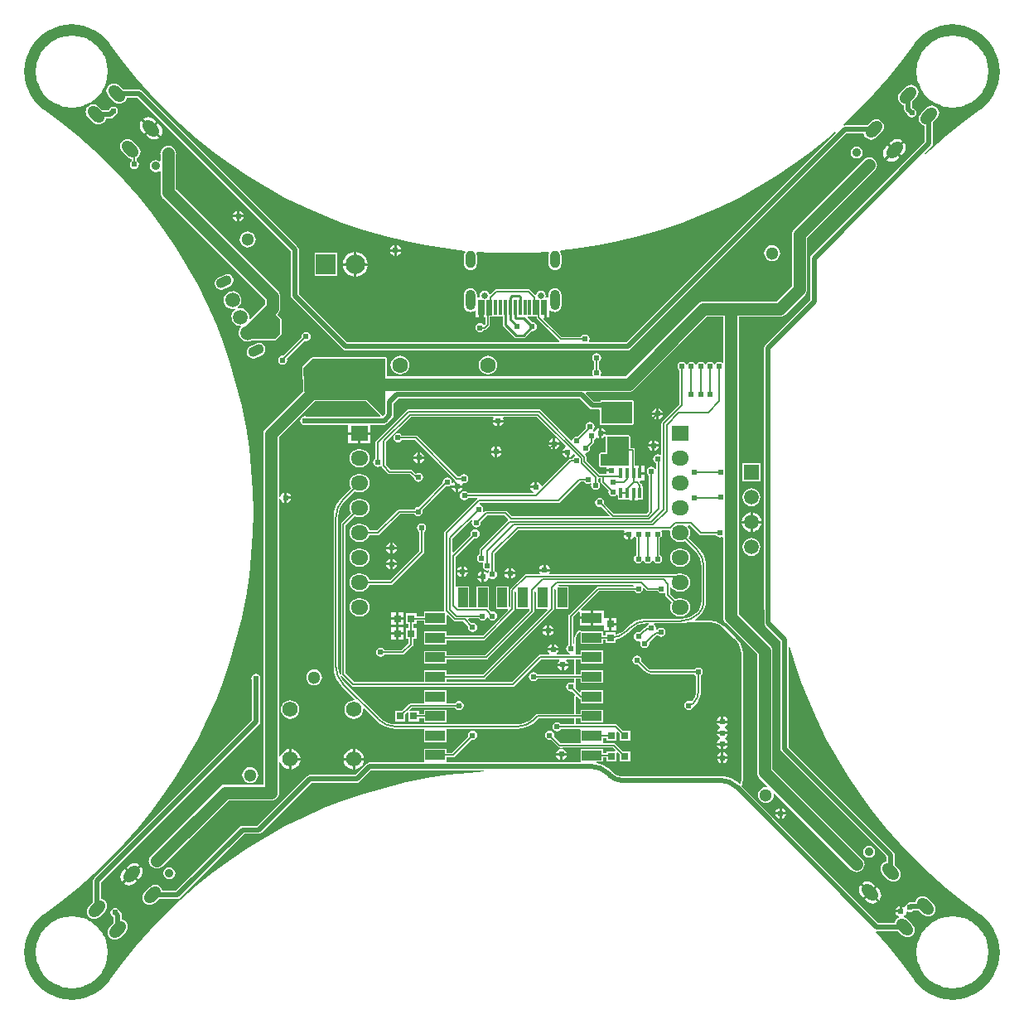
<source format=gbl>
G04 Layer_Physical_Order=2*
G04 Layer_Color=16711680*
%FSLAX25Y25*%
%MOIN*%
G70*
G01*
G75*
%ADD10C,0.00600*%
%ADD12C,0.02000*%
%ADD14R,0.03000X0.03000*%
%ADD15R,0.03000X0.03000*%
%ADD17R,0.01378X0.03937*%
%ADD18R,0.01378X0.03937*%
%ADD43C,0.05000*%
%ADD44C,0.01000*%
%ADD45C,0.05906*%
G04:AMPARAMS|DCode=46|XSize=39.37mil|YSize=66mil|CornerRadius=0mil|HoleSize=0mil|Usage=FLASHONLY|Rotation=295.000|XOffset=0mil|YOffset=0mil|HoleType=Round|Shape=Round|*
%AMOVALD46*
21,1,0.02663,0.03937,0.00000,0.00000,25.0*
1,1,0.03937,-0.01207,-0.00563*
1,1,0.03937,0.01207,0.00563*
%
%ADD46OVALD46*%

%ADD47O,0.03937X0.07087*%
%ADD48O,0.03937X0.08268*%
%ADD49C,0.02559*%
%ADD50C,0.03543*%
%ADD51P,0.05011X4X360.0*%
%ADD52C,0.05118*%
%ADD53C,0.06200*%
%ADD54C,0.06299*%
%ADD55R,0.07874X0.07874*%
%ADD56C,0.07874*%
%ADD57P,0.05011X4X270.0*%
%ADD58O,0.07000X0.06000*%
%ADD59R,0.07000X0.06000*%
%ADD60R,0.05906X0.05906*%
%ADD61C,0.02400*%
G04:AMPARAMS|DCode=62|XSize=47.24mil|YSize=78.74mil|CornerRadius=0mil|HoleSize=0mil|Usage=FLASHONLY|Rotation=135.000|XOffset=0mil|YOffset=0mil|HoleType=Round|Shape=Round|*
%AMOVALD62*
21,1,0.03150,0.04724,0.00000,0.00000,225.0*
1,1,0.04724,0.01114,0.01114*
1,1,0.04724,-0.01114,-0.01114*
%
%ADD62OVALD62*%

G04:AMPARAMS|DCode=63|XSize=47.24mil|YSize=78.74mil|CornerRadius=0mil|HoleSize=0mil|Usage=FLASHONLY|Rotation=45.000|XOffset=0mil|YOffset=0mil|HoleType=Round|Shape=Round|*
%AMOVALD63*
21,1,0.03150,0.04724,0.00000,0.00000,135.0*
1,1,0.04724,0.01114,-0.01114*
1,1,0.04724,-0.01114,0.01114*
%
%ADD63OVALD63*%

%ADD64R,0.01181X0.05906*%
%ADD65R,0.03937X0.07874*%
%ADD66R,0.07874X0.03937*%
G36*
X569100Y470000D02*
Y467900D01*
Y463400D01*
X557100D01*
X556800Y463700D01*
X556900Y472200D01*
X557000Y472300D01*
X569100D01*
Y470000D01*
D02*
G37*
G36*
X470000Y467500D02*
X469000Y466500D01*
X462500Y473000D01*
X437500D01*
X437000Y486000D01*
X440500Y489500D01*
X470000D01*
Y467500D01*
D02*
G37*
G36*
X513000Y513000D02*
Y507000D01*
X510500D01*
Y513031D01*
X512968D01*
X513000Y513000D01*
D02*
G37*
G36*
X545951Y362528D02*
X531052D01*
X530798Y362908D01*
X530202Y363306D01*
X529500Y363445D01*
X528798Y363306D01*
X528202Y362908D01*
X527804Y362313D01*
X527665Y361610D01*
X527804Y360908D01*
X528202Y360313D01*
X528798Y359915D01*
X529500Y359775D01*
X530202Y359915D01*
X530798Y360313D01*
X531052Y360693D01*
X545951D01*
Y359297D01*
X545451Y359030D01*
X545202Y359196D01*
X544500Y359335D01*
X543798Y359196D01*
X543202Y358798D01*
X542804Y358202D01*
X542665Y357500D01*
X542804Y356798D01*
X543202Y356202D01*
X543798Y355804D01*
X544500Y355665D01*
X544948Y355754D01*
X546283Y354420D01*
X546141Y353908D01*
X546091Y353789D01*
X546000Y353697D01*
Y353568D01*
X545951Y353449D01*
Y346622D01*
X531161D01*
X530810Y346552D01*
X530513Y346354D01*
X529237Y345078D01*
X529215Y345045D01*
X527867Y343939D01*
X526295Y343098D01*
X524589Y342581D01*
X522853Y342410D01*
X522815Y342418D01*
X474142D01*
X474104Y342410D01*
X472368Y342581D01*
X470662Y343098D01*
X469090Y343939D01*
X467742Y345045D01*
X467720Y345078D01*
X453578Y359220D01*
X453545Y359242D01*
X452439Y360590D01*
X451824Y361740D01*
X452253Y361997D01*
X452351Y361851D01*
X456351Y357851D01*
X456649Y357652D01*
X457000Y357582D01*
X521095D01*
X521446Y357652D01*
X521743Y357851D01*
X532538Y368645D01*
X539801D01*
X539952Y368145D01*
X539714Y367986D01*
X539228Y367258D01*
X539156Y366900D01*
X543444D01*
X543372Y367258D01*
X542886Y367986D01*
X542648Y368145D01*
X542799Y368645D01*
X545951D01*
Y362528D01*
D02*
G37*
G36*
X569880Y398082D02*
X569780Y397918D01*
X555500D01*
X555149Y397848D01*
X554851Y397649D01*
X543851Y386649D01*
X543652Y386351D01*
X543582Y386000D01*
Y374336D01*
X543202Y374082D01*
X542804Y373487D01*
X542665Y372785D01*
X542804Y372082D01*
X543202Y371487D01*
X543798Y371089D01*
X544343Y370981D01*
X544294Y370481D01*
X539088D01*
X538936Y370981D01*
X538986Y371014D01*
X539472Y371742D01*
X539544Y372100D01*
X535256D01*
X535328Y371742D01*
X535814Y371014D01*
X535864Y370981D01*
X535712Y370481D01*
X532158D01*
X531806Y370411D01*
X531509Y370212D01*
X520714Y359418D01*
X494545D01*
Y360575D01*
X509492D01*
X509843Y360644D01*
X510141Y360843D01*
X537649Y388351D01*
X537848Y388649D01*
X537918Y389000D01*
Y396775D01*
X538018Y396842D01*
X538518Y396574D01*
Y388830D01*
X543655D01*
Y397904D01*
X539716D01*
X539467Y398405D01*
X539602Y398582D01*
X569598D01*
X569880Y398082D01*
D02*
G37*
G36*
X567800Y447000D02*
Y446600D01*
X556600D01*
Y450700D01*
Y451200D01*
X559300D01*
Y458000D01*
Y458100D01*
Y458200D01*
X567800D01*
Y447000D01*
D02*
G37*
G36*
X602475Y383116D02*
X604295Y382362D01*
X605933Y381267D01*
X606629Y380571D01*
X606629Y380571D01*
X610300Y376900D01*
X610371Y376829D01*
X611067Y376132D01*
X612162Y374495D01*
X612916Y372675D01*
X613300Y370743D01*
Y369758D01*
Y358500D01*
Y321342D01*
Y320357D01*
X612944Y318570D01*
X612907Y318534D01*
X612654Y318419D01*
X612369Y318413D01*
X611197Y319414D01*
X609640Y320368D01*
X607954Y321066D01*
X606178Y321493D01*
X604358Y321636D01*
Y321631D01*
X564642D01*
X564594Y321622D01*
X563597Y321753D01*
X562623Y322157D01*
X561825Y322769D01*
X561797Y322810D01*
X560883Y323725D01*
X560886Y323728D01*
X559497Y324914D01*
X557940Y325868D01*
X556253Y326566D01*
X554913Y326888D01*
X554972Y327388D01*
X557537D01*
Y329039D01*
X558700D01*
Y327400D01*
X562900D01*
Y330905D01*
X563362Y331097D01*
X564150Y330309D01*
Y327406D01*
X568350D01*
Y331606D01*
X565448D01*
X562405Y334649D01*
X562108Y334848D01*
X561756Y334918D01*
X557927D01*
X557537Y335184D01*
Y336834D01*
X558700D01*
Y335731D01*
X562900D01*
Y339236D01*
X563362Y339427D01*
X564150Y338639D01*
Y335737D01*
X568350D01*
Y339937D01*
X565448D01*
X563236Y342149D01*
X562938Y342348D01*
X562587Y342418D01*
X546600D01*
Y344787D01*
X548463D01*
Y343136D01*
X557537D01*
Y348273D01*
X548463D01*
Y346622D01*
X546600D01*
Y353449D01*
X547062Y353640D01*
X547851Y352851D01*
X548149Y352652D01*
X548463Y352590D01*
Y350932D01*
X557537D01*
Y356068D01*
X548463D01*
Y355488D01*
X548001Y355297D01*
X546600Y356698D01*
Y360693D01*
X548463D01*
Y359042D01*
X557537D01*
Y364179D01*
X548463D01*
Y362528D01*
X546600D01*
Y368645D01*
X548463D01*
Y366995D01*
X557537D01*
Y372131D01*
X548463D01*
Y370481D01*
X546600D01*
Y372300D01*
Y377122D01*
X546731Y377782D01*
X546989Y378403D01*
X547362Y378962D01*
X547600Y379200D01*
X547600D01*
X547963Y379563D01*
X548463Y379356D01*
Y374711D01*
X557537D01*
Y376362D01*
X558400D01*
Y375200D01*
X562600D01*
Y376584D01*
X564374Y377122D01*
X566124Y378057D01*
X567658Y379316D01*
X567636Y379338D01*
X568720Y380422D01*
X568742Y380455D01*
X570090Y381561D01*
X571662Y382402D01*
X573368Y382919D01*
X575104Y383090D01*
X575142Y383082D01*
X575721D01*
X575873Y382582D01*
X575597Y382398D01*
X575199Y381802D01*
X575183Y381722D01*
X574256Y381338D01*
X573163Y380499D01*
X573182Y380480D01*
X573182Y380480D01*
X572148Y379446D01*
X571700Y379535D01*
X570998Y379396D01*
X570402Y378998D01*
X570004Y378402D01*
X569865Y377700D01*
X570004Y376998D01*
X570402Y376402D01*
X570998Y376004D01*
X571700Y375865D01*
X572185Y375961D01*
X572292Y375895D01*
X572577Y375566D01*
X572465Y375000D01*
X572604Y374298D01*
X573002Y373702D01*
X573598Y373304D01*
X574300Y373165D01*
X575002Y373304D01*
X575598Y373702D01*
X575996Y374298D01*
X576135Y375000D01*
X576046Y375448D01*
X578035Y377437D01*
X578036Y377440D01*
X578844Y378059D01*
X579434Y378304D01*
X579502Y378202D01*
X580098Y377804D01*
X580800Y377665D01*
X581502Y377804D01*
X582098Y378202D01*
X582496Y378798D01*
X582635Y379500D01*
X582496Y380202D01*
X582098Y380798D01*
X581502Y381196D01*
X580800Y381335D01*
X580098Y381196D01*
X579502Y380798D01*
X579261Y380436D01*
X579107Y380434D01*
X578696Y380928D01*
X578730Y381100D01*
X578590Y381802D01*
X578192Y382398D01*
X577916Y382582D01*
X578068Y383082D01*
X588858D01*
Y383066D01*
X590568Y383201D01*
X591814Y383500D01*
X600543D01*
X602475Y383116D01*
D02*
G37*
G36*
X700527Y623929D02*
X702972Y623442D01*
X705331Y622641D01*
X707566Y621539D01*
X709638Y620155D01*
X711512Y618512D01*
X713155Y616638D01*
X714539Y614566D01*
X715641Y612331D01*
X716442Y609972D01*
X716929Y607527D01*
X717092Y605041D01*
X716929Y602554D01*
X716442Y600110D01*
X715641Y597750D01*
X714539Y595515D01*
X713155Y593443D01*
X711512Y591570D01*
X709638Y589927D01*
X708974Y589483D01*
X708977Y589479D01*
X702296Y584580D01*
X695575Y579186D01*
X689096Y573504D01*
X687285Y571771D01*
X686936Y572128D01*
X689789Y574982D01*
X690143Y575511D01*
X690267Y576135D01*
Y584690D01*
X691862Y586285D01*
X692337Y586904D01*
X692635Y587624D01*
X692737Y588398D01*
X692635Y589171D01*
X692337Y589891D01*
X691862Y590510D01*
X691243Y590985D01*
X690522Y591283D01*
X689749Y591385D01*
X688976Y591283D01*
X688255Y590985D01*
X687636Y590510D01*
X685409Y588283D01*
X684935Y587664D01*
X684636Y586944D01*
X684534Y586170D01*
X684636Y585397D01*
X684935Y584677D01*
X685409Y584058D01*
X686028Y583583D01*
X686749Y583284D01*
X687004Y583251D01*
Y576811D01*
X641334Y531141D01*
X640981Y530612D01*
X640857Y529988D01*
Y513176D01*
X622820Y495140D01*
X622467Y494610D01*
X622342Y493986D01*
Y388744D01*
X622369Y388613D01*
Y383088D01*
X622493Y382464D01*
X622847Y381935D01*
X628869Y375912D01*
Y332500D01*
X628993Y331876D01*
X629347Y331347D01*
X671585Y289108D01*
Y287169D01*
X671329Y287135D01*
X670609Y286837D01*
X669990Y286362D01*
X669515Y285743D01*
X669217Y285022D01*
X669115Y284249D01*
X669217Y283476D01*
X669515Y282755D01*
X669990Y282136D01*
X672217Y279909D01*
X672836Y279434D01*
X673556Y279136D01*
X674330Y279034D01*
X675103Y279136D01*
X675823Y279434D01*
X676442Y279909D01*
X676917Y280528D01*
X677216Y281249D01*
X677317Y282022D01*
X677216Y282795D01*
X676917Y283516D01*
X676442Y284135D01*
X674848Y285730D01*
Y289784D01*
X674723Y290408D01*
X674370Y290937D01*
X632131Y333176D01*
Y373668D01*
X632626Y373739D01*
X634159Y368479D01*
X636930Y360319D01*
X640053Y352287D01*
X643524Y344399D01*
X647335Y336670D01*
X651480Y329114D01*
X655951Y321747D01*
X660739Y314581D01*
X665835Y307631D01*
X671229Y300910D01*
X676911Y294431D01*
X682870Y288206D01*
X689096Y282247D01*
X695575Y276565D01*
X702296Y271170D01*
X708977Y266272D01*
X708974Y266268D01*
X709638Y265824D01*
X711512Y264181D01*
X713155Y262308D01*
X714539Y260236D01*
X715641Y258000D01*
X716442Y255641D01*
X716929Y253197D01*
X717092Y250710D01*
X716929Y248223D01*
X716442Y245779D01*
X715641Y243420D01*
X714539Y241185D01*
X713155Y239113D01*
X711512Y237239D01*
X709638Y235596D01*
X707566Y234211D01*
X705331Y233109D01*
X702972Y232308D01*
X700527Y231822D01*
X698041Y231659D01*
X695554Y231822D01*
X693110Y232308D01*
X690750Y233109D01*
X688515Y234211D01*
X686443Y235596D01*
X684570Y237239D01*
X682927Y239113D01*
X682483Y239777D01*
X682479Y239774D01*
X677580Y246455D01*
X672186Y253176D01*
X667255Y258799D01*
X667519Y259256D01*
X667635Y259233D01*
X676190D01*
X677785Y257638D01*
X678404Y257163D01*
X679124Y256865D01*
X679897Y256763D01*
X680671Y256865D01*
X681391Y257163D01*
X682010Y257638D01*
X682485Y258257D01*
X682783Y258978D01*
X682885Y259751D01*
X682783Y260524D01*
X682485Y261245D01*
X682010Y261864D01*
X679783Y264091D01*
X679164Y264565D01*
X678580Y264808D01*
X678486Y265198D01*
X678506Y265360D01*
X678886Y265614D01*
X679372Y266342D01*
X679480Y266883D01*
X680031Y267116D01*
X680198Y267004D01*
X680900Y266865D01*
X681602Y267004D01*
X682198Y267402D01*
X682320Y267585D01*
X684542D01*
X686136Y265990D01*
X686755Y265515D01*
X687476Y265217D01*
X688249Y265115D01*
X689022Y265217D01*
X689743Y265515D01*
X690362Y265990D01*
X690837Y266609D01*
X691135Y267329D01*
X691237Y268103D01*
X691135Y268876D01*
X690837Y269596D01*
X690362Y270215D01*
X688135Y272442D01*
X687516Y272917D01*
X686795Y273216D01*
X686022Y273317D01*
X685249Y273216D01*
X684528Y272917D01*
X683909Y272442D01*
X683434Y271824D01*
X683136Y271103D01*
X683102Y270848D01*
X681416D01*
X680792Y270723D01*
X680345Y270425D01*
X680198Y270396D01*
X679602Y269998D01*
X679204Y269402D01*
X679164Y269201D01*
X678609Y268971D01*
X678158Y269272D01*
X677800Y269344D01*
Y267200D01*
X677300D01*
Y266700D01*
X675156D01*
X675228Y266342D01*
X675714Y265614D01*
X676360Y265182D01*
X676391Y264863D01*
X676348Y264636D01*
X676177Y264565D01*
X675558Y264091D01*
X675083Y263472D01*
X674784Y262751D01*
X674751Y262496D01*
X668311D01*
X613264Y317543D01*
X613289Y317836D01*
X613328Y317971D01*
X613393Y318100D01*
X613456Y318243D01*
X613515Y318306D01*
X613514Y318342D01*
X613581Y318443D01*
X613937Y320231D01*
X613924Y320296D01*
X613949Y320357D01*
Y321342D01*
Y358500D01*
Y369758D01*
Y370743D01*
X613924Y370804D01*
X613937Y370869D01*
X613553Y372801D01*
X613516Y372857D01*
Y372923D01*
X612762Y374743D01*
X612715Y374790D01*
X612702Y374855D01*
X611608Y376493D01*
X611552Y376530D01*
X611527Y376592D01*
X610830Y377288D01*
X610830Y377288D01*
X610759Y377359D01*
X610759Y377359D01*
X610759Y377359D01*
X607088Y381030D01*
X607088Y381030D01*
X606392Y381727D01*
X606330Y381752D01*
X606293Y381807D01*
X604655Y382902D01*
X604590Y382915D01*
X604543Y382962D01*
X602723Y383716D01*
X602657D01*
X602601Y383753D01*
X600669Y384137D01*
X600604Y384124D01*
X600543Y384149D01*
X594601D01*
X594460Y384649D01*
X595285Y385154D01*
X596589Y386269D01*
X596593Y386265D01*
X597589Y387479D01*
X598329Y388864D01*
X598785Y390366D01*
X598939Y391929D01*
X598918D01*
Y405858D01*
X598934D01*
X598799Y407568D01*
X598399Y409237D01*
X597742Y410822D01*
X596846Y412285D01*
X595731Y413589D01*
X595720Y413578D01*
X591914Y417384D01*
X592145Y417685D01*
X592507Y418560D01*
X592631Y419500D01*
X592507Y420440D01*
X592145Y421315D01*
X591633Y421982D01*
X591773Y422482D01*
X592520D01*
X596251Y418751D01*
X596549Y418552D01*
X596900Y418482D01*
X602948D01*
X603202Y418102D01*
X603798Y417704D01*
X604500Y417565D01*
X605202Y417704D01*
X605373Y417819D01*
X605873Y417551D01*
Y385500D01*
X605873Y385500D01*
X605980Y384691D01*
X606292Y383937D01*
X606789Y383289D01*
X619373Y370705D01*
Y323174D01*
X619373Y323174D01*
X619480Y322365D01*
X619792Y321611D01*
X620289Y320963D01*
X623647Y317605D01*
X623413Y317132D01*
X623000Y317186D01*
X622175Y317078D01*
X621407Y316759D01*
X620747Y316253D01*
X620241Y315593D01*
X619922Y314825D01*
X619814Y314000D01*
X619922Y313175D01*
X620241Y312407D01*
X620747Y311747D01*
X621407Y311241D01*
X622175Y310922D01*
X623000Y310814D01*
X623825Y310922D01*
X624593Y311241D01*
X625253Y311747D01*
X625759Y312407D01*
X626078Y313175D01*
X626186Y314000D01*
X626132Y314413D01*
X626606Y314647D01*
X657252Y284000D01*
X657900Y283503D01*
X658654Y283191D01*
X659202Y283119D01*
X659463Y282857D01*
X659725Y283119D01*
X660273Y283191D01*
X661027Y283503D01*
X661674Y284000D01*
X662171Y284647D01*
X662484Y285402D01*
X662556Y285949D01*
X662817Y286211D01*
X662556Y286473D01*
X662484Y287020D01*
X662171Y287774D01*
X661674Y288422D01*
X625627Y324469D01*
Y372000D01*
X625520Y372809D01*
X625208Y373563D01*
X624711Y374211D01*
X624711Y374211D01*
X612127Y386795D01*
Y506373D01*
X628500D01*
X628500Y506373D01*
X629309Y506480D01*
X630063Y506792D01*
X630711Y507289D01*
X638711Y515289D01*
X639208Y515937D01*
X639520Y516691D01*
X639573Y517095D01*
X639627Y517500D01*
X639627Y517500D01*
Y538132D01*
X666748Y565252D01*
X667244Y565900D01*
X667557Y566654D01*
X667629Y567202D01*
X667891Y567463D01*
X667629Y567725D01*
X667557Y568273D01*
X667244Y569027D01*
X666748Y569674D01*
X666100Y570171D01*
X665346Y570483D01*
X664798Y570556D01*
X664537Y570817D01*
X664275Y570556D01*
X663727Y570483D01*
X662973Y570171D01*
X662326Y569674D01*
X634289Y541638D01*
X633792Y540990D01*
X633480Y540236D01*
X633373Y539427D01*
X633373Y539427D01*
Y518795D01*
X627205Y512627D01*
X598000D01*
X598000Y512627D01*
X597595Y512573D01*
X597191Y512520D01*
X596437Y512208D01*
X595789Y511711D01*
X566461Y482383D01*
X556653D01*
X556385Y482883D01*
X556596Y483198D01*
X556735Y483900D01*
X556596Y484602D01*
X556198Y485198D01*
X555818Y485452D01*
Y488348D01*
X556198Y488602D01*
X556596Y489198D01*
X556735Y489900D01*
X556596Y490602D01*
X556198Y491198D01*
X555602Y491596D01*
X554900Y491735D01*
X554198Y491596D01*
X553602Y491198D01*
X553204Y490602D01*
X553065Y489900D01*
X553204Y489198D01*
X553602Y488602D01*
X553982Y488348D01*
Y485452D01*
X553602Y485198D01*
X553204Y484602D01*
X553065Y483900D01*
X553204Y483198D01*
X553415Y482883D01*
X553147Y482383D01*
X470649D01*
Y489500D01*
X470459Y489959D01*
X470000Y490149D01*
X440500D01*
X440041Y489959D01*
X436541Y486459D01*
X436536Y486447D01*
X436523Y486441D01*
X436441Y486219D01*
X436351Y486000D01*
X436356Y485988D01*
X436351Y485975D01*
X436719Y476398D01*
X421789Y461467D01*
X421292Y460820D01*
X420980Y460066D01*
X420873Y459256D01*
X420873Y459256D01*
Y318127D01*
X405427D01*
X404617Y318020D01*
X403863Y317708D01*
X403216Y317211D01*
X403216Y317211D01*
X375752Y289748D01*
X375255Y289100D01*
X374943Y288346D01*
X374871Y287798D01*
X374609Y287537D01*
X374871Y287275D01*
X374943Y286727D01*
X375255Y285973D01*
X375752Y285326D01*
X376400Y284829D01*
X377154Y284517D01*
X377702Y284444D01*
X377963Y284183D01*
X378225Y284444D01*
X378773Y284517D01*
X379527Y284829D01*
X380174Y285326D01*
X406722Y311873D01*
X424000D01*
X424809Y311980D01*
X425563Y312292D01*
X426211Y312789D01*
X426708Y313437D01*
X427020Y314191D01*
X427127Y315000D01*
Y327252D01*
X427615Y327330D01*
X428028Y326332D01*
X428685Y325476D01*
X429542Y324819D01*
X430539Y324406D01*
X431109Y324330D01*
Y328400D01*
Y332470D01*
X430539Y332395D01*
X429542Y331981D01*
X428685Y331324D01*
X428028Y330468D01*
X427615Y329470D01*
X427127Y329549D01*
Y433200D01*
X427627Y433249D01*
X427728Y432742D01*
X428214Y432014D01*
X428942Y431528D01*
X429300Y431456D01*
Y433600D01*
Y435744D01*
X428942Y435672D01*
X428214Y435186D01*
X427728Y434458D01*
X427627Y433951D01*
X427127Y434000D01*
Y457961D01*
X441516Y472351D01*
X462231D01*
X467888Y466693D01*
X467697Y466231D01*
X438198D01*
X438102Y466296D01*
X437400Y466435D01*
X436698Y466296D01*
X436102Y465898D01*
X435704Y465302D01*
X435565Y464600D01*
X435704Y463898D01*
X436102Y463302D01*
X436698Y462904D01*
X437400Y462765D01*
X438102Y462904D01*
X438198Y462969D01*
X455000D01*
Y460000D01*
X459500D01*
X464000D01*
Y462969D01*
X469363D01*
X469987Y463093D01*
X470516Y463447D01*
X472753Y465684D01*
X473107Y466213D01*
X473231Y466837D01*
Y471424D01*
X475332Y473525D01*
X548068D01*
X552046Y469547D01*
X552576Y469193D01*
X553200Y469069D01*
X555858D01*
X556210Y468713D01*
X556151Y463708D01*
X556152Y463704D01*
X556151Y463700D01*
X556244Y463474D01*
X556335Y463246D01*
X556339Y463245D01*
X556341Y463241D01*
X556641Y462941D01*
X557100Y462751D01*
X569100D01*
X569559Y462941D01*
X569749Y463400D01*
Y467900D01*
Y472300D01*
X569559Y472759D01*
X569100Y472949D01*
X557000D01*
X556541Y472759D01*
X556441Y472659D01*
X556347Y472433D01*
X556304Y472331D01*
X553876D01*
X550539Y475668D01*
X550731Y476130D01*
X567756D01*
X567756Y476130D01*
X568566Y476236D01*
X569320Y476549D01*
X569967Y477045D01*
X599295Y506373D01*
X605873D01*
Y488215D01*
X605373Y487948D01*
X605002Y488196D01*
X604300Y488335D01*
X603598Y488196D01*
X603002Y487798D01*
X602678Y487312D01*
X602510Y487274D01*
X602290D01*
X602122Y487312D01*
X601798Y487798D01*
X601202Y488196D01*
X600500Y488335D01*
X599798Y488196D01*
X599202Y487798D01*
X598903Y487350D01*
X598847Y487332D01*
X598403D01*
X598347Y487350D01*
X598048Y487798D01*
X597452Y488196D01*
X596750Y488335D01*
X596048Y488196D01*
X595452Y487798D01*
X595153Y487350D01*
X595097Y487332D01*
X594653D01*
X594597Y487350D01*
X594298Y487798D01*
X593702Y488196D01*
X593000Y488335D01*
X592298Y488196D01*
X591702Y487798D01*
X591344Y487262D01*
X591303Y487247D01*
X591061Y487221D01*
X590802Y487242D01*
X590498Y487698D01*
X589902Y488096D01*
X589200Y488235D01*
X588498Y488096D01*
X587902Y487698D01*
X587504Y487102D01*
X587365Y486400D01*
X587504Y485698D01*
X587902Y485102D01*
X588282Y484848D01*
Y471180D01*
X581251Y464149D01*
X581052Y463851D01*
X580982Y463500D01*
Y451076D01*
X580482Y450808D01*
X580202Y450996D01*
X579500Y451135D01*
X578798Y450996D01*
X578202Y450598D01*
X577804Y450002D01*
X577665Y449300D01*
X577804Y448598D01*
X578202Y448002D01*
X578798Y447604D01*
X578982Y447568D01*
Y445223D01*
X578482Y445072D01*
X578198Y445498D01*
X577602Y445896D01*
X576900Y446035D01*
X576198Y445896D01*
X575602Y445498D01*
X575204Y444902D01*
X575065Y444200D01*
X575204Y443498D01*
X575602Y442902D01*
X575982Y442648D01*
Y428177D01*
X575023Y427218D01*
X561880D01*
X557846Y431252D01*
X557935Y431700D01*
X557796Y432402D01*
X557398Y432998D01*
X556802Y433396D01*
X556100Y433535D01*
X555398Y433396D01*
X554802Y432998D01*
X554404Y432402D01*
X554265Y431700D01*
X554404Y430998D01*
X554802Y430402D01*
X555398Y430004D01*
X556100Y429865D01*
X556548Y429954D01*
X560023Y426480D01*
X559831Y426018D01*
X520780D01*
X518734Y428064D01*
X518436Y428263D01*
X518085Y428333D01*
X510415D01*
X510064Y428263D01*
X509766Y428064D01*
X509388Y427686D01*
X509000Y428005D01*
X509196Y428298D01*
X509335Y429000D01*
X509196Y429702D01*
X508798Y430298D01*
X508202Y430696D01*
X507875Y430761D01*
X507718Y431237D01*
X508003Y431582D01*
X539500D01*
X539851Y431652D01*
X540149Y431851D01*
X548380Y440082D01*
X549948D01*
X550202Y439702D01*
X550798Y439304D01*
X551500Y439165D01*
X552202Y439304D01*
X552311Y439377D01*
X552761Y439077D01*
X552665Y438591D01*
X552804Y437888D01*
X553202Y437293D01*
X553798Y436895D01*
X554500Y436756D01*
X555202Y436895D01*
X555798Y437293D01*
X556196Y437888D01*
X556335Y438591D01*
X556196Y439293D01*
X555798Y439888D01*
X555418Y440142D01*
Y441124D01*
X555768Y441411D01*
X556582D01*
Y440000D01*
X556652Y439649D01*
X556851Y439351D01*
X559754Y436448D01*
X559665Y436000D01*
X559804Y435298D01*
X560202Y434702D01*
X560798Y434304D01*
X561500Y434165D01*
X562202Y434304D01*
X562798Y434702D01*
X562872Y434814D01*
X563372Y434662D01*
Y432977D01*
X568090D01*
Y432577D01*
X569279D01*
Y435545D01*
X570280D01*
Y432577D01*
X571468D01*
Y432977D01*
X573628D01*
Y438114D01*
X573256D01*
Y438661D01*
X573186Y439013D01*
X572987Y439310D01*
X572337Y439960D01*
X572544Y440460D01*
X574028D01*
Y442929D01*
X572339D01*
Y443429D01*
X571839D01*
Y446397D01*
X570650D01*
X570318Y446760D01*
Y452700D01*
X570248Y453051D01*
X570049Y453349D01*
X569751Y453548D01*
X569400Y453618D01*
X568449D01*
Y458200D01*
X568259Y458659D01*
X567800Y458849D01*
X559300D01*
X558977Y458716D01*
X558523Y458994D01*
X558544Y459100D01*
X556900D01*
Y457456D01*
X557258Y457528D01*
X557986Y458014D01*
X558189Y458317D01*
X558365Y458272D01*
X558651Y458108D01*
Y451849D01*
X556600D01*
X556141Y451659D01*
X555951Y451200D01*
Y446600D01*
X556141Y446141D01*
X556600Y445951D01*
X558726D01*
X558962Y445510D01*
X558928Y445458D01*
X558856Y445100D01*
X561000D01*
Y444100D01*
X558856D01*
X558928Y443742D01*
X558964Y443688D01*
X558728Y443247D01*
X556148D01*
X550918Y448477D01*
Y449967D01*
X550848Y450318D01*
X550649Y450616D01*
X550162Y451102D01*
X550400Y451565D01*
X551102Y451704D01*
X551698Y452102D01*
X552096Y452698D01*
X552235Y453400D01*
X552146Y453848D01*
X553649Y455351D01*
X553848Y455649D01*
X553918Y456000D01*
Y456948D01*
X554298Y457202D01*
X554696Y457798D01*
X555197Y457758D01*
X555542Y457528D01*
X555900Y457456D01*
Y459600D01*
Y461744D01*
X555542Y461672D01*
X554814Y461186D01*
X554328Y460458D01*
X554324Y460439D01*
X553842Y460213D01*
X553592Y460335D01*
X553526Y460855D01*
X553598Y460902D01*
X553996Y461498D01*
X554135Y462200D01*
X553996Y462902D01*
X553598Y463498D01*
X553002Y463896D01*
X552300Y464035D01*
X551598Y463896D01*
X551002Y463498D01*
X550604Y462902D01*
X550465Y462200D01*
X550604Y461498D01*
X550643Y461440D01*
X547448Y458246D01*
X547000Y458335D01*
X546298Y458196D01*
X545702Y457798D01*
X545304Y457202D01*
X545216Y456756D01*
X544676Y456589D01*
X532416Y468849D01*
X532118Y469048D01*
X531767Y469118D01*
X479200D01*
X478849Y469048D01*
X478551Y468849D01*
X466151Y456449D01*
X465952Y456151D01*
X465882Y455800D01*
Y449352D01*
X465502Y449098D01*
X465104Y448502D01*
X464965Y447800D01*
X465104Y447098D01*
X465502Y446502D01*
X466098Y446104D01*
X466800Y445965D01*
X467502Y446104D01*
X467793Y446299D01*
X468348Y446068D01*
X468352Y446049D01*
X468551Y445751D01*
X470951Y443351D01*
X471249Y443152D01*
X471600Y443082D01*
X479920D01*
X481405Y441597D01*
X481504Y441098D01*
X481902Y440502D01*
X482498Y440104D01*
X483200Y439965D01*
X483902Y440104D01*
X484498Y440502D01*
X484896Y441098D01*
X485035Y441800D01*
X484896Y442502D01*
X484498Y443098D01*
X483902Y443496D01*
X483200Y443635D01*
X482498Y443496D01*
X482261Y443337D01*
X480949Y444649D01*
X480651Y444848D01*
X480300Y444918D01*
X471980D01*
X470118Y446780D01*
Y456123D01*
X480077Y466082D01*
X513134D01*
X513369Y465641D01*
X513180Y465358D01*
X513109Y465000D01*
X517396D01*
X517325Y465358D01*
X517136Y465641D01*
X517372Y466082D01*
X530890D01*
X542431Y454541D01*
X542292Y453973D01*
X541714Y453586D01*
X541228Y452858D01*
X541156Y452500D01*
X543300D01*
Y452000D01*
X543800D01*
Y449856D01*
X544158Y449928D01*
X544886Y450414D01*
X545273Y450992D01*
X545841Y451131D01*
X546306Y450667D01*
X546141Y450124D01*
X545998Y450096D01*
X545402Y449698D01*
X545148Y449318D01*
X544500D01*
X544149Y449248D01*
X543851Y449049D01*
X533078Y438276D01*
X532536Y438440D01*
X532472Y438758D01*
X531986Y439486D01*
X531258Y439972D01*
X530900Y440044D01*
Y437900D01*
X530400D01*
Y437400D01*
X528256D01*
X528328Y437042D01*
X528814Y436314D01*
X529407Y435918D01*
X529255Y435418D01*
X503252D01*
X502998Y435798D01*
X502402Y436196D01*
X501700Y436335D01*
X500998Y436196D01*
X500402Y435798D01*
X500004Y435202D01*
X499865Y434500D01*
X500004Y433798D01*
X500402Y433202D01*
X500998Y432804D01*
X501700Y432665D01*
X502402Y432804D01*
X502998Y433202D01*
X503252Y433582D01*
X506600D01*
X506734Y433351D01*
X506785Y433082D01*
X493851Y420149D01*
X493652Y419851D01*
X493582Y419500D01*
Y388303D01*
X493599Y388222D01*
X493250Y387722D01*
X485471D01*
Y385924D01*
X482350D01*
Y387106D01*
X478150D01*
Y382906D01*
X479332D01*
Y381106D01*
X478150D01*
Y376906D01*
X479332D01*
Y375030D01*
X476620Y372318D01*
X469552D01*
X469298Y372698D01*
X468702Y373096D01*
X468000Y373235D01*
X467298Y373096D01*
X466702Y372698D01*
X466304Y372102D01*
X466165Y371400D01*
X466304Y370698D01*
X466702Y370102D01*
X467298Y369704D01*
X468000Y369565D01*
X468702Y369704D01*
X469298Y370102D01*
X469552Y370482D01*
X477000D01*
X477351Y370552D01*
X477649Y370751D01*
X480899Y374001D01*
X481098Y374299D01*
X481168Y374650D01*
Y376906D01*
X482350D01*
Y381106D01*
X481168D01*
Y382906D01*
X482350D01*
Y384089D01*
X485471D01*
Y382585D01*
X494545D01*
Y386307D01*
X495007Y386498D01*
X497354Y384151D01*
X497652Y383952D01*
X498003Y383882D01*
X501320D01*
X503254Y381948D01*
X503165Y381500D01*
X503304Y380798D01*
X503702Y380202D01*
X504298Y379804D01*
X505000Y379665D01*
X505702Y379804D01*
X506298Y380202D01*
X506696Y380798D01*
X506835Y381500D01*
X506696Y382202D01*
X506298Y382798D01*
X505702Y383196D01*
X505000Y383335D01*
X504552Y383246D01*
X503177Y384620D01*
X503369Y385082D01*
X507448D01*
X507702Y384702D01*
X508298Y384304D01*
X509000Y384165D01*
X509702Y384304D01*
X510298Y384702D01*
X510696Y385298D01*
X510745Y385547D01*
X511255D01*
X511304Y385298D01*
X511702Y384702D01*
X512298Y384304D01*
X513000Y384165D01*
X513702Y384304D01*
X514298Y384702D01*
X514696Y385298D01*
X514835Y386000D01*
X514696Y386702D01*
X514298Y387298D01*
X513702Y387696D01*
X513000Y387835D01*
X512552Y387746D01*
X511876Y388422D01*
X511655Y388830D01*
X511655D01*
X511655Y388830D01*
Y397904D01*
X506518D01*
Y389448D01*
X503655D01*
Y397904D01*
X498518D01*
X498118Y398145D01*
Y409820D01*
X505552Y417254D01*
X506000Y417165D01*
X506702Y417304D01*
X507298Y417702D01*
X507696Y418298D01*
X507835Y419000D01*
X507696Y419702D01*
X507298Y420298D01*
X506702Y420696D01*
X506000Y420835D01*
X505298Y420696D01*
X504702Y420298D01*
X504304Y419702D01*
X504165Y419000D01*
X504254Y418552D01*
X497380Y411677D01*
X496918Y411869D01*
Y417120D01*
X504612Y424814D01*
X505000Y424496D01*
X504804Y424202D01*
X504665Y423500D01*
X504804Y422798D01*
X505202Y422202D01*
X505798Y421804D01*
X506500Y421665D01*
X507202Y421804D01*
X507798Y422202D01*
X508196Y422798D01*
X508335Y423500D01*
X508246Y423948D01*
X510795Y426498D01*
X517705D01*
X519287Y424915D01*
X519251Y424549D01*
X507951Y413249D01*
X507752Y412951D01*
X507682Y412600D01*
Y410752D01*
X507302Y410498D01*
X506904Y409902D01*
X506765Y409200D01*
X506904Y408498D01*
X507302Y407902D01*
X507898Y407504D01*
X508600Y407365D01*
X509037Y407452D01*
X509338Y407002D01*
X509204Y406802D01*
X509065Y406100D01*
X509204Y405398D01*
X509602Y404802D01*
X510198Y404404D01*
X510900Y404265D01*
X511390Y404362D01*
X511476Y404262D01*
X511638Y403902D01*
X511304Y403402D01*
X511298Y403370D01*
X510767Y403265D01*
X510686Y403386D01*
X509958Y403872D01*
X509600Y403944D01*
Y401800D01*
Y399656D01*
X509958Y399728D01*
X510686Y400214D01*
X511172Y400942D01*
X511227Y401214D01*
X511459Y401306D01*
X511765Y401360D01*
X512298Y401004D01*
X513000Y400865D01*
X513702Y401004D01*
X514298Y401402D01*
X514696Y401998D01*
X514835Y402700D01*
X514696Y403402D01*
X514298Y403998D01*
X513918Y404252D01*
Y411020D01*
X523480Y420582D01*
X565777D01*
X566044Y420082D01*
X565828Y419758D01*
X565756Y419400D01*
X567900D01*
Y418900D01*
X568400D01*
Y416756D01*
X568758Y416828D01*
X569486Y417314D01*
X569773Y417744D01*
X570375D01*
X570402Y417702D01*
X570782Y417448D01*
Y410552D01*
X570402Y410298D01*
X570004Y409702D01*
X569865Y409000D01*
X570004Y408298D01*
X570402Y407702D01*
X570998Y407304D01*
X571700Y407165D01*
X572402Y407304D01*
X572998Y407702D01*
X573395Y408297D01*
X573400Y408298D01*
X573900D01*
X573905Y408297D01*
X574302Y407702D01*
X574898Y407304D01*
X575600Y407165D01*
X576302Y407304D01*
X576898Y407702D01*
X577222Y408188D01*
X577390Y408226D01*
X577610D01*
X577778Y408188D01*
X578102Y407702D01*
X578698Y407304D01*
X579400Y407165D01*
X580102Y407304D01*
X580698Y407702D01*
X581096Y408298D01*
X581235Y409000D01*
X581096Y409702D01*
X580698Y410298D01*
X580318Y410552D01*
Y417448D01*
X580698Y417702D01*
X581096Y418298D01*
X581235Y419000D01*
X581096Y419702D01*
X580842Y420082D01*
X581103Y420582D01*
X584031D01*
X584045Y420578D01*
X584446Y420082D01*
X584369Y419500D01*
X584493Y418560D01*
X584855Y417685D01*
X585432Y416932D01*
X586185Y416355D01*
X587060Y415993D01*
X588000Y415869D01*
X589000D01*
X589940Y415993D01*
X590484Y416218D01*
X594422Y412280D01*
X594455Y412258D01*
X595561Y410910D01*
X596402Y409338D01*
X596919Y407632D01*
X597090Y405896D01*
X597082Y405858D01*
Y391929D01*
X597080D01*
X596961Y390729D01*
X596611Y389575D01*
X596043Y388512D01*
X595278Y387580D01*
X594911Y387260D01*
X593910Y386439D01*
X592338Y385598D01*
X590632Y385081D01*
X588896Y384910D01*
X588858Y384918D01*
X575142D01*
Y384934D01*
X573432Y384799D01*
X571763Y384399D01*
X570178Y383742D01*
X568715Y382846D01*
X567411Y381731D01*
X567422Y381720D01*
X566338Y380636D01*
X566324Y380615D01*
X565091Y379603D01*
X563662Y378839D01*
X563002Y378639D01*
X562600Y378937D01*
Y379400D01*
X558400D01*
Y378197D01*
X557537D01*
Y379848D01*
X548843D01*
X548803Y379865D01*
X548711Y379956D01*
X548211Y380163D01*
X548082D01*
X547963Y380212D01*
X547844Y380163D01*
X547715D01*
X547623Y380072D01*
X547504Y380022D01*
X546903Y379421D01*
X546877Y379360D01*
X546822Y379323D01*
X546449Y378764D01*
X546436Y378699D01*
X546389Y378651D01*
X546131Y378030D01*
Y377964D01*
X546094Y377908D01*
X545963Y377249D01*
X545976Y377184D01*
X545951Y377122D01*
Y375127D01*
X545451Y374844D01*
X545418Y374864D01*
Y385620D01*
X547601Y387803D01*
X548063Y387612D01*
Y385811D01*
X552500D01*
Y388280D01*
X548731D01*
X548539Y388741D01*
X555880Y396082D01*
X570148D01*
X570402Y395702D01*
X570998Y395304D01*
X571700Y395165D01*
X572402Y395304D01*
X572998Y395702D01*
X573396Y396298D01*
X573529Y396967D01*
X573661Y397052D01*
X574006Y397196D01*
X574851Y396351D01*
X575149Y396152D01*
X575500Y396082D01*
X579448D01*
X579702Y395702D01*
X580298Y395304D01*
X581000Y395165D01*
X581702Y395304D01*
X582082Y395558D01*
X582582Y395297D01*
Y394500D01*
X582652Y394149D01*
X582851Y393851D01*
X585086Y391616D01*
X584855Y391316D01*
X584493Y390440D01*
X584369Y389500D01*
X584493Y388560D01*
X584855Y387684D01*
X585432Y386932D01*
X586185Y386355D01*
X587060Y385993D01*
X588000Y385869D01*
X589000D01*
X589940Y385993D01*
X590815Y386355D01*
X591568Y386932D01*
X592145Y387684D01*
X592507Y388560D01*
X592631Y389500D01*
X592507Y390440D01*
X592145Y391316D01*
X591568Y392068D01*
X590815Y392645D01*
X589940Y393007D01*
X589000Y393131D01*
X588000D01*
X587060Y393007D01*
X586516Y392782D01*
X584418Y394880D01*
Y397469D01*
X584601Y397559D01*
X584918Y397603D01*
X585432Y396933D01*
X586185Y396355D01*
X587060Y395993D01*
X588000Y395869D01*
X589000D01*
X589940Y395993D01*
X590815Y396355D01*
X591568Y396933D01*
X592145Y397685D01*
X592507Y398560D01*
X592631Y399500D01*
X592507Y400440D01*
X592145Y401315D01*
X591568Y402068D01*
X590815Y402645D01*
X589940Y403007D01*
X589000Y403131D01*
X588000D01*
X587060Y403007D01*
X586439Y402750D01*
X586100Y402818D01*
X536023D01*
X535756Y403318D01*
X535972Y403642D01*
X536044Y404000D01*
X531756D01*
X531828Y403642D01*
X532044Y403318D01*
X531777Y402818D01*
X526441D01*
X526090Y402748D01*
X525792Y402549D01*
X520351Y397108D01*
X520152Y396810D01*
X520082Y396459D01*
Y389653D01*
X520076Y389649D01*
X519576Y389916D01*
Y397904D01*
X514439D01*
Y388830D01*
X519086D01*
X519293Y388331D01*
X509120Y378158D01*
X494545D01*
Y379809D01*
X485471D01*
Y374672D01*
X494545D01*
Y376323D01*
X509500D01*
X509851Y376392D01*
X510149Y376591D01*
X521649Y388091D01*
X521848Y388389D01*
X521918Y388740D01*
Y395734D01*
X522018Y395801D01*
X522518Y395534D01*
Y388830D01*
X527655D01*
Y388830D01*
X527809Y388767D01*
X527895Y388192D01*
X510025Y370323D01*
X494545D01*
Y371974D01*
X485471D01*
Y366837D01*
X494545D01*
Y368488D01*
X510405D01*
X510757Y368558D01*
X511054Y368757D01*
X529649Y387351D01*
X529848Y387649D01*
X529918Y388000D01*
Y395775D01*
X530018Y395842D01*
X530518Y395574D01*
Y388830D01*
X534879D01*
X535071Y388369D01*
X509112Y362410D01*
X494545D01*
Y364061D01*
X485471D01*
Y359418D01*
X457380D01*
X453918Y362880D01*
Y422620D01*
X457516Y426218D01*
X458060Y425993D01*
X459000Y425869D01*
X460000D01*
X460940Y425993D01*
X461816Y426355D01*
X462568Y426932D01*
X463145Y427684D01*
X463507Y428560D01*
X463631Y429500D01*
X463507Y430440D01*
X463145Y431316D01*
X462568Y432068D01*
X461816Y432645D01*
X460940Y433007D01*
X460000Y433131D01*
X459000D01*
X458060Y433007D01*
X457185Y432645D01*
X456432Y432068D01*
X455855Y431316D01*
X455493Y430440D01*
X455369Y429500D01*
X455493Y428560D01*
X455855Y427684D01*
X456086Y427384D01*
X452351Y423649D01*
X452152Y423351D01*
X452082Y423000D01*
Y362654D01*
X451760Y362396D01*
X451603Y362346D01*
X451531Y362386D01*
X451081Y363868D01*
X450910Y365604D01*
X450918Y365642D01*
Y425858D01*
X450910Y425896D01*
X451081Y427632D01*
X451598Y429338D01*
X452439Y430910D01*
X453545Y432258D01*
X453578Y432280D01*
X457516Y436218D01*
X458060Y435993D01*
X459000Y435869D01*
X460000D01*
X460940Y435993D01*
X461816Y436355D01*
X462568Y436932D01*
X463145Y437684D01*
X463507Y438560D01*
X463631Y439500D01*
X463507Y440440D01*
X463145Y441316D01*
X462568Y442068D01*
X461816Y442645D01*
X460940Y443007D01*
X460000Y443131D01*
X459000D01*
X458060Y443007D01*
X457185Y442645D01*
X456432Y442068D01*
X455855Y441316D01*
X455493Y440440D01*
X455369Y439500D01*
X455493Y438560D01*
X455855Y437684D01*
X456086Y437384D01*
X452280Y433578D01*
X452269Y433589D01*
X451154Y432284D01*
X450258Y430822D01*
X449601Y429237D01*
X449201Y427568D01*
X449066Y425858D01*
X449082D01*
Y365642D01*
X449066D01*
X449201Y363932D01*
X449601Y362263D01*
X450258Y360678D01*
X451154Y359215D01*
X452269Y357911D01*
X452280Y357922D01*
X457621Y352581D01*
X457388Y352107D01*
X457200Y352132D01*
X456234Y352005D01*
X455334Y351632D01*
X454561Y351039D01*
X453968Y350266D01*
X453595Y349366D01*
X453468Y348400D01*
X453595Y347434D01*
X453968Y346534D01*
X454561Y345761D01*
X455334Y345168D01*
X456234Y344795D01*
X457200Y344668D01*
X458166Y344795D01*
X459066Y345168D01*
X459839Y345761D01*
X460432Y346534D01*
X460805Y347434D01*
X460932Y348400D01*
X460907Y348588D01*
X461381Y348821D01*
X466422Y343780D01*
X466411Y343769D01*
X467716Y342654D01*
X469178Y341758D01*
X470763Y341101D01*
X472432Y340701D01*
X474142Y340566D01*
Y340582D01*
X485047D01*
X485471Y340399D01*
X485471Y340082D01*
Y335262D01*
X494545D01*
Y340082D01*
X494545Y340399D01*
X494969Y340582D01*
X522815D01*
Y340566D01*
X524525Y340701D01*
X526193Y341101D01*
X527778Y341758D01*
X529241Y342654D01*
X530546Y343769D01*
X530535Y343780D01*
X531541Y344787D01*
X545951D01*
Y342418D01*
X540552D01*
X540298Y342798D01*
X539702Y343196D01*
X539000Y343335D01*
X538298Y343196D01*
X537702Y342798D01*
X537304Y342202D01*
X537165Y341500D01*
X537304Y340798D01*
X537702Y340202D01*
X538298Y339804D01*
X539000Y339665D01*
X539702Y339804D01*
X540298Y340202D01*
X540552Y340582D01*
X548071D01*
X548463Y340320D01*
Y335184D01*
X548073Y334918D01*
X540380D01*
X537746Y337552D01*
X537835Y338000D01*
X537696Y338702D01*
X537298Y339298D01*
X536702Y339696D01*
X536000Y339835D01*
X535298Y339696D01*
X534702Y339298D01*
X534304Y338702D01*
X534165Y338000D01*
X534304Y337298D01*
X534702Y336702D01*
X535298Y336304D01*
X536000Y336165D01*
X536448Y336254D01*
X539351Y333351D01*
X539649Y333152D01*
X540000Y333082D01*
X540345D01*
X540395Y332582D01*
X539842Y332472D01*
X539114Y331986D01*
X538628Y331258D01*
X538556Y330900D01*
X542844D01*
X542772Y331258D01*
X542286Y331986D01*
X541558Y332472D01*
X541005Y332582D01*
X541055Y333082D01*
X561376D01*
X562397Y332062D01*
X562205Y331600D01*
X558700D01*
Y330874D01*
X557537D01*
Y332525D01*
X548463D01*
Y327388D01*
X548069Y327131D01*
X494847D01*
X494545Y327506D01*
X494545Y327631D01*
Y329157D01*
X497075D01*
X497426Y329227D01*
X497724Y329426D01*
X504552Y336254D01*
X505000Y336165D01*
X505702Y336304D01*
X506298Y336702D01*
X506696Y337298D01*
X506835Y338000D01*
X506696Y338702D01*
X506298Y339298D01*
X505702Y339696D01*
X505000Y339835D01*
X504298Y339696D01*
X503702Y339298D01*
X503304Y338702D01*
X503165Y338000D01*
X503254Y337552D01*
X496695Y330992D01*
X494545D01*
Y332643D01*
X485471D01*
Y327631D01*
X485471Y327506D01*
X485169Y327131D01*
X463500D01*
X462876Y327007D01*
X462347Y326654D01*
X457824Y322131D01*
X439500D01*
X438876Y322007D01*
X438346Y321654D01*
X418324Y301631D01*
X412398D01*
X411773Y301507D01*
X411244Y301153D01*
X385506Y275415D01*
X380169D01*
X380135Y275671D01*
X379837Y276391D01*
X379362Y277010D01*
X378743Y277485D01*
X378022Y277783D01*
X377249Y277885D01*
X376476Y277783D01*
X375755Y277485D01*
X375136Y277010D01*
X372909Y274783D01*
X372434Y274164D01*
X372136Y273444D01*
X372034Y272670D01*
X372136Y271897D01*
X372434Y271177D01*
X372909Y270558D01*
X373528Y270083D01*
X374249Y269784D01*
X375022Y269683D01*
X375795Y269784D01*
X376516Y270083D01*
X377135Y270558D01*
X378730Y272152D01*
X386181D01*
X386806Y272277D01*
X387335Y272630D01*
X413073Y298369D01*
X419000D01*
X419624Y298493D01*
X420154Y298847D01*
X440176Y318869D01*
X458500D01*
X459124Y318993D01*
X459654Y319346D01*
X464176Y323869D01*
X509548D01*
X509564Y323369D01*
X503660Y322982D01*
X495093Y322043D01*
X486576Y320732D01*
X478124Y319051D01*
X469753Y317003D01*
X461479Y314591D01*
X453319Y311821D01*
X445287Y308698D01*
X437399Y305227D01*
X429670Y301415D01*
X422114Y297270D01*
X414747Y292800D01*
X407581Y288012D01*
X400631Y282916D01*
X393910Y277522D01*
X387431Y271840D01*
X381206Y265880D01*
X375247Y259655D01*
X369565Y253176D01*
X364170Y246455D01*
X359272Y239774D01*
X359268Y239777D01*
X358824Y239113D01*
X357181Y237239D01*
X355308Y235596D01*
X353236Y234211D01*
X351000Y233109D01*
X348641Y232308D01*
X346197Y231822D01*
X343710Y231659D01*
X341223Y231822D01*
X338779Y232308D01*
X336420Y233109D01*
X334185Y234211D01*
X332113Y235596D01*
X330239Y237239D01*
X328596Y239113D01*
X327211Y241185D01*
X326109Y243420D01*
X325308Y245779D01*
X324822Y248223D01*
X324659Y250710D01*
X324822Y253197D01*
X325308Y255641D01*
X326109Y258000D01*
X327211Y260236D01*
X328596Y262308D01*
X330239Y264181D01*
X332113Y265824D01*
X332777Y266268D01*
X332774Y266272D01*
X339455Y271170D01*
X346176Y276565D01*
X352655Y282247D01*
X358880Y288206D01*
X364840Y294431D01*
X370522Y300910D01*
X375916Y307631D01*
X381012Y314581D01*
X385800Y321747D01*
X390270Y329114D01*
X394415Y336670D01*
X398227Y344399D01*
X401698Y352287D01*
X404821Y360319D01*
X407591Y368479D01*
X410003Y376753D01*
X412051Y385124D01*
X413732Y393576D01*
X415043Y402094D01*
X415982Y410660D01*
X416545Y419260D01*
X416733Y427875D01*
X416545Y436491D01*
X415982Y445091D01*
X415043Y453657D01*
X413732Y462175D01*
X412051Y470627D01*
X410003Y478998D01*
X407591Y487271D01*
X404821Y495432D01*
X401698Y503464D01*
X398227Y511352D01*
X394415Y519081D01*
X390270Y526637D01*
X385800Y534004D01*
X381012Y541170D01*
X375916Y548119D01*
X370522Y554840D01*
X364840Y561320D01*
X358880Y567545D01*
X352655Y573504D01*
X346176Y579186D01*
X339455Y584580D01*
X332774Y589479D01*
X332777Y589483D01*
X332113Y589927D01*
X330239Y591570D01*
X328596Y593443D01*
X327211Y595515D01*
X326109Y597750D01*
X325308Y600110D01*
X324822Y602554D01*
X324659Y605041D01*
X324822Y607527D01*
X325308Y609972D01*
X326109Y612331D01*
X327211Y614566D01*
X328596Y616638D01*
X330239Y618512D01*
X332113Y620155D01*
X334185Y621539D01*
X336420Y622641D01*
X338779Y623442D01*
X341223Y623929D01*
X343710Y624092D01*
X346197Y623929D01*
X348641Y623442D01*
X351000Y622641D01*
X353236Y621539D01*
X355308Y620155D01*
X357181Y618512D01*
X358824Y616638D01*
X359268Y615974D01*
X359272Y615976D01*
X364170Y609296D01*
X369565Y602575D01*
X375247Y596096D01*
X381206Y589870D01*
X387431Y583911D01*
X393910Y578229D01*
X400631Y572835D01*
X407581Y567739D01*
X414747Y562951D01*
X422114Y558481D01*
X429670Y554335D01*
X437399Y550524D01*
X445287Y547053D01*
X453319Y543929D01*
X461479Y541159D01*
X469753Y538748D01*
X478124Y536699D01*
X486576Y535018D01*
X495093Y533707D01*
X501802Y532973D01*
X502028Y532445D01*
X501871Y532240D01*
X501612Y531615D01*
X501523Y530945D01*
Y527795D01*
X501612Y527125D01*
X501871Y526500D01*
X502282Y525963D01*
X502819Y525552D01*
X503444Y525293D01*
X504114Y525205D01*
X504785Y525293D01*
X505409Y525552D01*
X505946Y525963D01*
X506358Y526500D01*
X506617Y527125D01*
X506705Y527795D01*
Y530945D01*
X506617Y531615D01*
X506421Y532087D01*
X506680Y532571D01*
X512260Y532205D01*
X520875Y532018D01*
X529491Y532205D01*
X535599Y532606D01*
X535837Y532120D01*
X535628Y531615D01*
X535539Y530945D01*
Y527795D01*
X535628Y527125D01*
X535886Y526500D01*
X536298Y525963D01*
X536835Y525552D01*
X537459Y525293D01*
X538130Y525205D01*
X538800Y525293D01*
X539425Y525552D01*
X539962Y525963D01*
X540374Y526500D01*
X540632Y527125D01*
X540721Y527795D01*
Y530945D01*
X540632Y531615D01*
X540374Y532240D01*
X540178Y532495D01*
X540404Y533022D01*
X546657Y533707D01*
X555175Y535018D01*
X563627Y536699D01*
X571998Y538748D01*
X580271Y541159D01*
X588432Y543929D01*
X596464Y547053D01*
X604352Y550524D01*
X612081Y554335D01*
X619637Y558481D01*
X627004Y562951D01*
X634170Y567739D01*
X641119Y572835D01*
X647840Y578229D01*
X650884Y580898D01*
X651226Y580533D01*
X566824Y496131D01*
X552047D01*
X551812Y496572D01*
X551896Y496698D01*
X552035Y497400D01*
X551896Y498102D01*
X551498Y498698D01*
X550902Y499096D01*
X550200Y499235D01*
X549498Y499096D01*
X548902Y498698D01*
X548648Y498318D01*
X540845D01*
X533499Y505664D01*
X533690Y506126D01*
X533811D01*
Y510079D01*
X534811D01*
Y506126D01*
X535902D01*
Y508797D01*
X536402Y508955D01*
X536835Y508623D01*
X537459Y508364D01*
X538130Y508276D01*
X538800Y508364D01*
X539425Y508623D01*
X539962Y509034D01*
X540374Y509571D01*
X540632Y510196D01*
X540721Y510866D01*
Y515197D01*
X540632Y515867D01*
X540374Y516492D01*
X539962Y517029D01*
X539425Y517440D01*
X538800Y517699D01*
X538130Y517788D01*
X537459Y517699D01*
X536835Y517440D01*
X536298Y517029D01*
X535886Y516492D01*
X535628Y515867D01*
X535539Y515197D01*
Y514032D01*
X534669D01*
X534323Y514532D01*
X534416Y515000D01*
X534270Y515733D01*
X533855Y516355D01*
X533233Y516771D01*
X532500Y516916D01*
X531767Y516771D01*
X531145Y516355D01*
X530729Y515733D01*
X530653Y515351D01*
X530111Y515187D01*
X528149Y517149D01*
X527851Y517348D01*
X527500Y517418D01*
X514500D01*
X514149Y517348D01*
X513851Y517149D01*
X512093Y515390D01*
X511550Y515555D01*
X511515Y515733D01*
X511099Y516355D01*
X510477Y516771D01*
X509744Y516916D01*
X509011Y516771D01*
X508389Y516355D01*
X507974Y515733D01*
X507828Y515000D01*
X507921Y514532D01*
X507575Y514032D01*
X506705D01*
Y515197D01*
X506617Y515867D01*
X506358Y516492D01*
X505946Y517029D01*
X505409Y517440D01*
X504785Y517699D01*
X504114Y517788D01*
X503444Y517699D01*
X502819Y517440D01*
X502282Y517029D01*
X501871Y516492D01*
X501612Y515867D01*
X501523Y515197D01*
Y510866D01*
X501612Y510196D01*
X501871Y509571D01*
X502282Y509034D01*
X502819Y508623D01*
X503444Y508364D01*
X504114Y508276D01*
X504785Y508364D01*
X505409Y508623D01*
X505842Y508955D01*
X506343Y508797D01*
Y506126D01*
X507433D01*
Y510079D01*
X508433D01*
Y506126D01*
X508614D01*
Y510079D01*
X509614D01*
Y506126D01*
X510165D01*
Y503641D01*
X509751Y503255D01*
X509298Y503298D01*
X508702Y503696D01*
X508000Y503835D01*
X507298Y503696D01*
X506702Y503298D01*
X506304Y502702D01*
X506165Y502000D01*
X506304Y501298D01*
X506702Y500702D01*
X507298Y500304D01*
X508000Y500165D01*
X508702Y500304D01*
X509298Y500702D01*
X509552Y501082D01*
X510000D01*
X510351Y501152D01*
X510649Y501351D01*
X511731Y502434D01*
X511931Y502732D01*
X512000Y503083D01*
Y506351D01*
X513000D01*
X513423Y506526D01*
X517048D01*
Y503331D01*
X517048Y503331D01*
X517133Y502902D01*
X517376Y502538D01*
X521707Y498207D01*
X521707Y498207D01*
X522071Y497964D01*
X522500Y497878D01*
X525500D01*
X525500Y497878D01*
X525929Y497964D01*
X526293Y498207D01*
X528792Y500706D01*
X529000Y500665D01*
X529702Y500804D01*
X530298Y501202D01*
X530696Y501798D01*
X530835Y502500D01*
X530696Y503202D01*
X530298Y503798D01*
X529702Y504196D01*
X529000Y504335D01*
X528792Y504294D01*
X527022Y506064D01*
X527213Y506526D01*
X530722D01*
Y506226D01*
X530792Y505875D01*
X530991Y505577D01*
X539817Y496751D01*
X539996Y496631D01*
X539862Y496131D01*
X454676D01*
X435131Y515676D01*
Y533500D01*
X435007Y534124D01*
X434654Y534654D01*
X372018Y597289D01*
X371489Y597643D01*
X370865Y597767D01*
X364310D01*
X362715Y599362D01*
X362096Y599837D01*
X361376Y600135D01*
X360603Y600237D01*
X359829Y600135D01*
X359109Y599837D01*
X358490Y599362D01*
X358015Y598743D01*
X357717Y598022D01*
X357615Y597249D01*
X357717Y596476D01*
X358015Y595755D01*
X358490Y595136D01*
X360717Y592909D01*
X361336Y592435D01*
X362056Y592136D01*
X362830Y592034D01*
X363603Y592136D01*
X364323Y592435D01*
X364942Y592909D01*
X365417Y593528D01*
X365716Y594249D01*
X365749Y594504D01*
X370189D01*
X431869Y532824D01*
Y515000D01*
X431993Y514376D01*
X432346Y513846D01*
X452846Y493347D01*
X453376Y492993D01*
X454000Y492869D01*
X567500D01*
X568124Y492993D01*
X568653Y493347D01*
X655392Y580085D01*
X662331D01*
X662365Y579829D01*
X662663Y579109D01*
X663138Y578490D01*
X663757Y578015D01*
X664478Y577717D01*
X665251Y577615D01*
X666024Y577717D01*
X666745Y578015D01*
X667364Y578490D01*
X669591Y580717D01*
X670065Y581336D01*
X670364Y582056D01*
X670466Y582830D01*
X670364Y583603D01*
X670065Y584324D01*
X669591Y584942D01*
X668972Y585417D01*
X668251Y585716D01*
X667478Y585817D01*
X666705Y585716D01*
X665984Y585417D01*
X665365Y584942D01*
X663770Y583348D01*
X654716D01*
X654716Y583348D01*
X654353Y583275D01*
X654124Y583740D01*
X654320Y583911D01*
X660545Y589870D01*
X666504Y596096D01*
X672186Y602575D01*
X677580Y609296D01*
X682479Y615976D01*
X682483Y615974D01*
X682927Y616638D01*
X684570Y618512D01*
X686443Y620155D01*
X688515Y621539D01*
X690750Y622641D01*
X693110Y623442D01*
X695554Y623929D01*
X698041Y624092D01*
X700527Y623929D01*
D02*
G37*
%LPC*%
G36*
X543444Y365900D02*
X541800D01*
Y364256D01*
X542158Y364328D01*
X542886Y364814D01*
X543372Y365542D01*
X543444Y365900D01*
D02*
G37*
G36*
X540800D02*
X539156D01*
X539228Y365542D01*
X539714Y364814D01*
X540442Y364328D01*
X540800Y364256D01*
Y365900D01*
D02*
G37*
G36*
X494545Y356029D02*
X485471D01*
Y350918D01*
X480095D01*
X479744Y350848D01*
X479446Y350649D01*
X476602Y347805D01*
X473700D01*
Y343605D01*
X477900D01*
Y346507D01*
X478688Y347295D01*
X479150Y347104D01*
Y343611D01*
X483350D01*
Y344787D01*
X485471D01*
Y343136D01*
X494545D01*
Y348273D01*
X485471D01*
Y346622D01*
X483350D01*
Y347811D01*
X479857D01*
X479666Y348273D01*
X480475Y349082D01*
X497948D01*
X498202Y348702D01*
X498798Y348304D01*
X499500Y348165D01*
X500202Y348304D01*
X500798Y348702D01*
X501196Y349298D01*
X501230Y349473D01*
X501348Y349649D01*
X501418Y350000D01*
X501348Y350351D01*
X501230Y350527D01*
X501196Y350702D01*
X500798Y351298D01*
X500202Y351696D01*
X499500Y351835D01*
X498798Y351696D01*
X498202Y351298D01*
X497948Y350918D01*
X494545D01*
Y356029D01*
D02*
G37*
G36*
X535900Y382344D02*
Y380700D01*
X537544D01*
X537472Y381058D01*
X536986Y381786D01*
X536258Y382272D01*
X535900Y382344D01*
D02*
G37*
G36*
X534900D02*
X534542Y382272D01*
X533814Y381786D01*
X533328Y381058D01*
X533256Y380700D01*
X534900D01*
Y382344D01*
D02*
G37*
G36*
X537900Y374744D02*
Y373100D01*
X539544D01*
X539472Y373458D01*
X538986Y374186D01*
X538258Y374672D01*
X537900Y374744D01*
D02*
G37*
G36*
X536900D02*
X536542Y374672D01*
X535814Y374186D01*
X535328Y373458D01*
X535256Y373100D01*
X536900D01*
Y374744D01*
D02*
G37*
G36*
X534900Y379700D02*
X533256D01*
X533328Y379342D01*
X533814Y378614D01*
X534542Y378128D01*
X534900Y378056D01*
Y379700D01*
D02*
G37*
G36*
X537544D02*
X535900D01*
Y378056D01*
X536258Y378128D01*
X536986Y378614D01*
X537472Y379342D01*
X537544Y379700D01*
D02*
G37*
G36*
X607634Y328500D02*
X605991D01*
Y326856D01*
X606349Y326928D01*
X607077Y327414D01*
X607563Y328142D01*
X607634Y328500D01*
D02*
G37*
G36*
X604990D02*
X603347D01*
X603418Y328142D01*
X603904Y327414D01*
X604632Y326928D01*
X604990Y326856D01*
Y328500D01*
D02*
G37*
G36*
X605988Y345644D02*
Y344000D01*
X607631D01*
X607560Y344358D01*
X607074Y345086D01*
X606346Y345572D01*
X605988Y345644D01*
D02*
G37*
G36*
X607631Y343000D02*
X603344D01*
X603415Y342642D01*
X603902Y341914D01*
X604479Y341528D01*
X604496Y341478D01*
Y341022D01*
X604479Y340972D01*
X603902Y340586D01*
X603415Y339858D01*
X603344Y339500D01*
X607631D01*
X607560Y339858D01*
X607074Y340586D01*
X606496Y340972D01*
X606480Y341022D01*
Y341478D01*
X606496Y341528D01*
X607074Y341914D01*
X607560Y342642D01*
X607631Y343000D01*
D02*
G37*
G36*
X604988Y345644D02*
X604629Y345572D01*
X603902Y345086D01*
X603415Y344358D01*
X603344Y344000D01*
X604988D01*
Y345644D01*
D02*
G37*
G36*
X571100Y370035D02*
X570398Y369896D01*
X569802Y369498D01*
X569404Y368902D01*
X569265Y368200D01*
X569404Y367498D01*
X569802Y366902D01*
X570398Y366504D01*
X571100Y366365D01*
X571548Y366454D01*
X574161Y363841D01*
X574148Y363827D01*
X575042Y363141D01*
X576083Y362710D01*
X577200Y362563D01*
Y362582D01*
X594248D01*
X594502Y362202D01*
X594982Y361881D01*
Y356001D01*
X594982D01*
X594855Y354720D01*
X594482Y353487D01*
X593875Y352352D01*
X593112Y351422D01*
X592702Y351696D01*
X592000Y351835D01*
X591298Y351696D01*
X590702Y351298D01*
X590304Y350702D01*
X590165Y350000D01*
X590304Y349298D01*
X590702Y348702D01*
X591298Y348304D01*
X592000Y348165D01*
X592702Y348304D01*
X593298Y348702D01*
X593696Y349298D01*
X593752Y349581D01*
X594364Y350050D01*
X594372Y350042D01*
X595420Y351319D01*
X596199Y352776D01*
X596679Y354357D01*
X596841Y356001D01*
X596818D01*
Y362015D01*
X597098Y362202D01*
X597496Y362798D01*
X597635Y363500D01*
X597496Y364202D01*
X597098Y364798D01*
X596502Y365196D01*
X595800Y365335D01*
X595098Y365196D01*
X594502Y364798D01*
X594248Y364418D01*
X577200D01*
X577162Y364410D01*
X576252Y364591D01*
X575481Y365106D01*
X575459Y365139D01*
X572846Y367752D01*
X572935Y368200D01*
X572796Y368902D01*
X572398Y369498D01*
X571802Y369896D01*
X571100Y370035D01*
D02*
G37*
G36*
X604990Y331144D02*
X604632Y331072D01*
X603904Y330586D01*
X603418Y329858D01*
X603347Y329500D01*
X604990D01*
Y331144D01*
D02*
G37*
G36*
X607584Y334000D02*
X605940D01*
Y332356D01*
X606299Y332428D01*
X607027Y332914D01*
X607513Y333642D01*
X607584Y334000D01*
D02*
G37*
G36*
X607631Y338500D02*
X603344D01*
X603415Y338142D01*
X603902Y337414D01*
X604456Y337044D01*
X604481Y336948D01*
X604460Y336498D01*
X604456Y336488D01*
X603854Y336086D01*
X603368Y335358D01*
X603297Y335000D01*
X607584D01*
X607513Y335358D01*
X607027Y336086D01*
X606472Y336456D01*
X606447Y336552D01*
X606468Y337002D01*
X606472Y337012D01*
X607074Y337414D01*
X607560Y338142D01*
X607631Y338500D01*
D02*
G37*
G36*
X604941Y334000D02*
X603297D01*
X603368Y333642D01*
X603854Y332914D01*
X604582Y332428D01*
X604941Y332356D01*
Y334000D01*
D02*
G37*
G36*
X605991Y331144D02*
Y329500D01*
X607634D01*
X607563Y329858D01*
X607077Y330586D01*
X606349Y331072D01*
X605991Y331144D01*
D02*
G37*
G36*
X552500Y384811D02*
X548063D01*
Y382343D01*
X552500D01*
Y384811D01*
D02*
G37*
G36*
X562994Y382250D02*
X560994D01*
Y380250D01*
X562994D01*
Y382250D01*
D02*
G37*
G36*
X474300Y384500D02*
X472300D01*
Y382500D01*
X474300D01*
Y384500D01*
D02*
G37*
G36*
X417800Y362735D02*
X417098Y362596D01*
X416502Y362198D01*
X416104Y361602D01*
X415965Y360900D01*
X416104Y360198D01*
X416169Y360102D01*
Y344076D01*
X352711Y280618D01*
X352357Y280089D01*
X352233Y279465D01*
Y270810D01*
X350638Y269215D01*
X350163Y268596D01*
X349865Y267876D01*
X349763Y267103D01*
X349865Y266329D01*
X350163Y265609D01*
X350638Y264990D01*
X351257Y264515D01*
X351978Y264217D01*
X352751Y264115D01*
X353524Y264217D01*
X354245Y264515D01*
X354864Y264990D01*
X357091Y267217D01*
X357565Y267836D01*
X357864Y268556D01*
X357966Y269330D01*
X357864Y270103D01*
X357565Y270824D01*
X357091Y271442D01*
X356472Y271917D01*
X355751Y272216D01*
X355496Y272249D01*
Y278789D01*
X419054Y342347D01*
X419407Y342876D01*
X419531Y343500D01*
X419431Y344003D01*
Y360102D01*
X419496Y360198D01*
X419635Y360900D01*
X419496Y361602D01*
X419098Y362198D01*
X418502Y362596D01*
X417800Y362735D01*
D02*
G37*
G36*
X474300Y387500D02*
X472300D01*
Y385500D01*
X474300D01*
Y387500D01*
D02*
G37*
G36*
X477300Y384500D02*
X475300D01*
Y382500D01*
X477300D01*
Y384500D01*
D02*
G37*
G36*
X560994Y385250D02*
Y383250D01*
X562994D01*
Y385250D01*
X560994D01*
D02*
G37*
G36*
X474300Y378500D02*
X472300D01*
Y376500D01*
X474300D01*
Y378500D01*
D02*
G37*
G36*
X477300D02*
X475300D01*
Y376500D01*
X477300D01*
Y378500D01*
D02*
G37*
G36*
X343710Y265159D02*
X343455Y265139D01*
X342807D01*
X342765Y265122D01*
X342722Y265133D01*
X341738Y265004D01*
X341450Y264981D01*
X341309Y264947D01*
X340931Y264898D01*
X340892Y264875D01*
X340848Y264881D01*
X339256Y264455D01*
X339245Y264452D01*
X339243Y264451D01*
X339103Y264414D01*
X339068Y264386D01*
X339023D01*
X337354Y263695D01*
X337322Y263663D01*
X337278Y263657D01*
X337152Y263585D01*
X337150Y263584D01*
X337140Y263578D01*
X335713Y262754D01*
X335686Y262719D01*
X335643Y262707D01*
X335341Y262475D01*
X335217Y262400D01*
X334997Y262212D01*
X334210Y261608D01*
X334187Y261569D01*
X334146Y261551D01*
X333688Y261094D01*
X333493Y260927D01*
X333327Y260732D01*
X332869Y260274D01*
X332851Y260233D01*
X332813Y260210D01*
X332208Y259423D01*
X332020Y259203D01*
X331945Y259079D01*
X331713Y258777D01*
X331701Y258734D01*
X331666Y258707D01*
X330842Y257279D01*
X330836Y257270D01*
X330835Y257268D01*
X330763Y257142D01*
X330757Y257098D01*
X330725Y257066D01*
X330034Y255397D01*
Y255352D01*
X330007Y255317D01*
X329969Y255177D01*
X329968Y255175D01*
X329965Y255164D01*
X329539Y253572D01*
X329545Y253528D01*
X329522Y253489D01*
X329473Y253111D01*
X329439Y252970D01*
X329416Y252682D01*
X329287Y251698D01*
X329298Y251655D01*
X329281Y251613D01*
Y250965D01*
X329261Y250710D01*
X329281Y250455D01*
Y249807D01*
X329298Y249765D01*
X329287Y249722D01*
X329416Y248738D01*
X329439Y248450D01*
X329473Y248309D01*
X329522Y247931D01*
X329545Y247892D01*
X329539Y247848D01*
X329965Y246256D01*
X329968Y246245D01*
X329969Y246243D01*
X330007Y246103D01*
X330034Y246068D01*
Y246023D01*
X330725Y244354D01*
X330757Y244322D01*
X330763Y244278D01*
X330835Y244152D01*
X330836Y244150D01*
X330842Y244141D01*
X331666Y242713D01*
X331701Y242686D01*
X331713Y242643D01*
X331945Y242341D01*
X332020Y242217D01*
X332208Y241997D01*
X332813Y241210D01*
X332851Y241187D01*
X332869Y241146D01*
X333327Y240688D01*
X333493Y240493D01*
X333688Y240326D01*
X334146Y239869D01*
X334187Y239851D01*
X334210Y239813D01*
X334997Y239208D01*
X335217Y239020D01*
X335341Y238945D01*
X335643Y238713D01*
X335686Y238701D01*
X335713Y238666D01*
X337141Y237842D01*
X337150Y237836D01*
X337152Y237835D01*
X337278Y237763D01*
X337322Y237757D01*
X337354Y237725D01*
X339023Y237034D01*
X339068D01*
X339103Y237006D01*
X339243Y236969D01*
X339245Y236968D01*
X339256Y236965D01*
X340848Y236539D01*
X340892Y236545D01*
X340931Y236522D01*
X341309Y236473D01*
X341450Y236439D01*
X341738Y236416D01*
X342722Y236287D01*
X342765Y236298D01*
X342807Y236281D01*
X343455D01*
X343710Y236261D01*
X343965Y236281D01*
X344613D01*
X344655Y236298D01*
X344698Y236287D01*
X345682Y236416D01*
X345970Y236439D01*
X346111Y236473D01*
X346489Y236522D01*
X346528Y236545D01*
X346572Y236539D01*
X348164Y236965D01*
X348175Y236968D01*
X348177Y236969D01*
X348317Y237006D01*
X348353Y237034D01*
X348397D01*
X350066Y237725D01*
X350098Y237757D01*
X350142Y237763D01*
X350268Y237835D01*
X350270Y237836D01*
X350279Y237842D01*
X351707Y238666D01*
X351734Y238701D01*
X351777Y238713D01*
X352079Y238945D01*
X352203Y239020D01*
X352423Y239209D01*
X353210Y239813D01*
X353233Y239851D01*
X353274Y239869D01*
X353732Y240326D01*
X353927Y240493D01*
X354094Y240688D01*
X354552Y241146D01*
X354569Y241187D01*
X354608Y241210D01*
X355212Y241997D01*
X355400Y242217D01*
X355475Y242341D01*
X355707Y242643D01*
X355719Y242686D01*
X355754Y242713D01*
X356578Y244140D01*
X356584Y244150D01*
X356585Y244152D01*
X356658Y244278D01*
X356663Y244322D01*
X356695Y244354D01*
X357386Y246023D01*
Y246068D01*
X357414Y246103D01*
X357451Y246243D01*
X357452Y246245D01*
X357455Y246256D01*
X357881Y247848D01*
X357875Y247892D01*
X357898Y247931D01*
X357947Y248309D01*
X357981Y248450D01*
X358004Y248738D01*
X358133Y249722D01*
X358122Y249765D01*
X358139Y249807D01*
Y250455D01*
X358159Y250710D01*
X358139Y250965D01*
Y251613D01*
X358122Y251655D01*
X358133Y251698D01*
X358004Y252682D01*
X357981Y252970D01*
X357947Y253111D01*
X357898Y253489D01*
X357875Y253528D01*
X357881Y253572D01*
X357455Y255164D01*
X357452Y255175D01*
X357451Y255177D01*
X357414Y255317D01*
X357386Y255352D01*
Y255397D01*
X356695Y257066D01*
X356663Y257098D01*
X356658Y257142D01*
X356585Y257268D01*
X356584Y257270D01*
X356578Y257280D01*
X355754Y258707D01*
X355719Y258734D01*
X355707Y258777D01*
X355475Y259079D01*
X355400Y259203D01*
X355211Y259423D01*
X354608Y260210D01*
X354569Y260233D01*
X354552Y260274D01*
X354094Y260732D01*
X353927Y260927D01*
X353732Y261094D01*
X353274Y261551D01*
X353233Y261569D01*
X353210Y261608D01*
X352423Y262211D01*
X352203Y262400D01*
X352079Y262475D01*
X351777Y262707D01*
X351734Y262719D01*
X351707Y262754D01*
X350280Y263578D01*
X350270Y263584D01*
X350268Y263585D01*
X350142Y263657D01*
X350098Y263663D01*
X350066Y263695D01*
X348397Y264386D01*
X348353D01*
X348317Y264414D01*
X348177Y264451D01*
X348175Y264452D01*
X348164Y264455D01*
X346572Y264881D01*
X346528Y264875D01*
X346489Y264898D01*
X346111Y264947D01*
X345970Y264981D01*
X345682Y265004D01*
X344698Y265133D01*
X344655Y265122D01*
X344613Y265139D01*
X343965D01*
X343710Y265159D01*
D02*
G37*
G36*
X477300Y381500D02*
X475300D01*
Y379500D01*
X477300D01*
Y381500D01*
D02*
G37*
G36*
X557937Y388280D02*
X553500D01*
Y385311D01*
Y382343D01*
X557494D01*
X557937Y382343D01*
X557994Y381866D01*
Y380250D01*
X559994D01*
Y382750D01*
Y385250D01*
X557994Y385250D01*
X557937Y385727D01*
Y388280D01*
D02*
G37*
G36*
X474300Y381500D02*
X472300D01*
Y379500D01*
X474300D01*
Y381500D01*
D02*
G37*
G36*
X501400Y406044D02*
Y404400D01*
X503044D01*
X502972Y404758D01*
X502486Y405486D01*
X501758Y405972D01*
X501400Y406044D01*
D02*
G37*
G36*
X471900Y406400D02*
X470256D01*
X470328Y406042D01*
X470814Y405314D01*
X471542Y404828D01*
X471900Y404756D01*
Y406400D01*
D02*
G37*
G36*
X500400Y406044D02*
X500042Y405972D01*
X499314Y405486D01*
X498828Y404758D01*
X498756Y404400D01*
X500400D01*
Y406044D01*
D02*
G37*
G36*
X519550Y405344D02*
X519192Y405272D01*
X518464Y404786D01*
X517978Y404058D01*
X517906Y403700D01*
X519550D01*
Y405344D01*
D02*
G37*
G36*
X520550D02*
Y403700D01*
X522194D01*
X522122Y404058D01*
X521636Y404786D01*
X520908Y405272D01*
X520550Y405344D01*
D02*
G37*
G36*
X460000Y413131D02*
X459000D01*
X458060Y413007D01*
X457185Y412645D01*
X456432Y412068D01*
X455855Y411315D01*
X455493Y410440D01*
X455369Y409500D01*
X455493Y408560D01*
X455855Y407685D01*
X456432Y406932D01*
X457185Y406355D01*
X458060Y405993D01*
X459000Y405869D01*
X460000D01*
X460940Y405993D01*
X461816Y406355D01*
X462568Y406932D01*
X463145Y407685D01*
X463507Y408560D01*
X463631Y409500D01*
X463507Y410440D01*
X463145Y411315D01*
X462568Y412068D01*
X461816Y412645D01*
X460940Y413007D01*
X460000Y413131D01*
D02*
G37*
G36*
X589000D02*
X588000D01*
X587060Y413007D01*
X586185Y412645D01*
X585432Y412068D01*
X584855Y411315D01*
X584493Y410440D01*
X584369Y409500D01*
X584493Y408560D01*
X584855Y407685D01*
X585432Y406932D01*
X586185Y406355D01*
X587060Y405993D01*
X588000Y405869D01*
X589000D01*
X589940Y405993D01*
X590815Y406355D01*
X591568Y406932D01*
X592145Y407685D01*
X592507Y408560D01*
X592631Y409500D01*
X592507Y410440D01*
X592145Y411315D01*
X591568Y412068D01*
X590815Y412645D01*
X589940Y413007D01*
X589000Y413131D01*
D02*
G37*
G36*
X534400Y406644D02*
Y405000D01*
X536044D01*
X535972Y405358D01*
X535486Y406086D01*
X534758Y406572D01*
X534400Y406644D01*
D02*
G37*
G36*
X474544Y406400D02*
X472900D01*
Y404756D01*
X473258Y404828D01*
X473986Y405314D01*
X474472Y406042D01*
X474544Y406400D01*
D02*
G37*
G36*
X533400Y406644D02*
X533042Y406572D01*
X532314Y406086D01*
X531828Y405358D01*
X531756Y405000D01*
X533400D01*
Y406644D01*
D02*
G37*
G36*
X508600Y401300D02*
X506956D01*
X507028Y400942D01*
X507514Y400214D01*
X508242Y399728D01*
X508600Y399656D01*
Y401300D01*
D02*
G37*
G36*
X484500Y423335D02*
X483798Y423196D01*
X483202Y422798D01*
X482804Y422202D01*
X482665Y421500D01*
X482804Y420798D01*
X483202Y420202D01*
X483582Y419948D01*
Y412280D01*
X471720Y400418D01*
X463510D01*
X463507Y400440D01*
X463145Y401315D01*
X462568Y402068D01*
X461816Y402645D01*
X460940Y403007D01*
X460000Y403131D01*
X459000D01*
X458060Y403007D01*
X457185Y402645D01*
X456432Y402068D01*
X455855Y401315D01*
X455493Y400440D01*
X455369Y399500D01*
X455493Y398560D01*
X455855Y397685D01*
X456432Y396933D01*
X457185Y396355D01*
X458060Y395993D01*
X459000Y395869D01*
X460000D01*
X460940Y395993D01*
X461816Y396355D01*
X462568Y396933D01*
X463145Y397685D01*
X463507Y398560D01*
X463510Y398582D01*
X472100D01*
X472451Y398652D01*
X472749Y398851D01*
X485149Y411251D01*
X485348Y411549D01*
X485418Y411900D01*
Y419948D01*
X485798Y420202D01*
X486196Y420798D01*
X486335Y421500D01*
X486196Y422202D01*
X485798Y422798D01*
X485202Y423196D01*
X484500Y423335D01*
D02*
G37*
G36*
X361100Y268535D02*
X360398Y268396D01*
X359802Y267998D01*
X359404Y267402D01*
X359265Y266700D01*
X359404Y265998D01*
X359802Y265402D01*
X360398Y265004D01*
X360511Y264982D01*
X360585Y264908D01*
Y262458D01*
X358990Y260864D01*
X358515Y260245D01*
X358217Y259524D01*
X358115Y258751D01*
X358217Y257978D01*
X358515Y257257D01*
X358990Y256638D01*
X359609Y256163D01*
X360329Y255865D01*
X361103Y255763D01*
X361876Y255865D01*
X362596Y256163D01*
X363215Y256638D01*
X365442Y258865D01*
X365917Y259484D01*
X366216Y260205D01*
X366317Y260978D01*
X366216Y261751D01*
X365917Y262472D01*
X365442Y263091D01*
X364824Y263565D01*
X364103Y263864D01*
X363847Y263898D01*
Y265584D01*
X363723Y266208D01*
X363370Y266737D01*
X362818Y267289D01*
X362796Y267402D01*
X362398Y267998D01*
X361802Y268396D01*
X361100Y268535D01*
D02*
G37*
G36*
X477300Y387500D02*
X475300D01*
Y385500D01*
X477300D01*
Y387500D01*
D02*
G37*
G36*
X460000Y393131D02*
X459000D01*
X458060Y393007D01*
X457185Y392645D01*
X456432Y392068D01*
X455855Y391316D01*
X455493Y390440D01*
X455369Y389500D01*
X455493Y388560D01*
X455855Y387684D01*
X456432Y386932D01*
X457185Y386355D01*
X458060Y385993D01*
X459000Y385869D01*
X460000D01*
X460940Y385993D01*
X461816Y386355D01*
X462568Y386932D01*
X463145Y387684D01*
X463507Y388560D01*
X463631Y389500D01*
X463507Y390440D01*
X463145Y391316D01*
X462568Y392068D01*
X461816Y392645D01*
X460940Y393007D01*
X460000Y393131D01*
D02*
G37*
G36*
X503044Y403400D02*
X501400D01*
Y401756D01*
X501758Y401828D01*
X502486Y402314D01*
X502972Y403042D01*
X503044Y403400D01*
D02*
G37*
G36*
X508600Y403944D02*
X508242Y403872D01*
X507514Y403386D01*
X507028Y402658D01*
X506956Y402300D01*
X508600D01*
Y403944D01*
D02*
G37*
G36*
X500400Y403400D02*
X498756D01*
X498828Y403042D01*
X499314Y402314D01*
X500042Y401828D01*
X500400Y401756D01*
Y403400D01*
D02*
G37*
G36*
X519550Y402700D02*
X517906D01*
X517978Y402342D01*
X518464Y401614D01*
X519192Y401128D01*
X519550Y401056D01*
Y402700D01*
D02*
G37*
G36*
X522194D02*
X520550D01*
Y401056D01*
X520908Y401128D01*
X521636Y401614D01*
X522122Y402342D01*
X522194Y402700D01*
D02*
G37*
G36*
X415500Y325186D02*
X414675Y325078D01*
X413907Y324759D01*
X413247Y324253D01*
X412741Y323593D01*
X412422Y322825D01*
X412314Y322000D01*
X412422Y321175D01*
X412741Y320407D01*
X413247Y319747D01*
X413907Y319241D01*
X414675Y318922D01*
X415500Y318814D01*
X416325Y318922D01*
X417093Y319241D01*
X417753Y319747D01*
X418259Y320407D01*
X418578Y321175D01*
X418686Y322000D01*
X418578Y322825D01*
X418259Y323593D01*
X417753Y324253D01*
X417093Y324759D01*
X416325Y325078D01*
X415500Y325186D01*
D02*
G37*
G36*
X435679Y327900D02*
X432109D01*
Y324330D01*
X432680Y324406D01*
X433677Y324819D01*
X434534Y325476D01*
X435191Y326332D01*
X435604Y327330D01*
X435679Y327900D01*
D02*
G37*
G36*
X629400Y308744D02*
Y307100D01*
X631044D01*
X630972Y307458D01*
X630486Y308186D01*
X629758Y308672D01*
X629400Y308744D01*
D02*
G37*
G36*
X631044Y306100D02*
X629400D01*
Y304456D01*
X629758Y304528D01*
X630486Y305014D01*
X630972Y305742D01*
X631044Y306100D01*
D02*
G37*
G36*
X628400Y308744D02*
X628042Y308672D01*
X627314Y308186D01*
X626828Y307458D01*
X626756Y307100D01*
X628400D01*
Y308744D01*
D02*
G37*
G36*
X540200Y329900D02*
X538556D01*
X538628Y329542D01*
X539114Y328814D01*
X539842Y328328D01*
X540200Y328256D01*
Y329900D01*
D02*
G37*
G36*
X456700Y327900D02*
X453130D01*
X453205Y327330D01*
X453619Y326332D01*
X454276Y325476D01*
X455132Y324819D01*
X456130Y324406D01*
X456700Y324330D01*
Y327900D01*
D02*
G37*
G36*
X461270D02*
X457700D01*
Y324330D01*
X458270Y324406D01*
X459268Y324819D01*
X460124Y325476D01*
X460781Y326332D01*
X461195Y327330D01*
X461270Y327900D01*
D02*
G37*
G36*
X367784Y281428D02*
X364672Y278317D01*
X364975Y278085D01*
X365793Y277746D01*
X366670Y277631D01*
X367548Y277746D01*
X368366Y278085D01*
X369068Y278624D01*
X369828Y279384D01*
X367784Y281428D01*
D02*
G37*
G36*
X365032Y284180D02*
X364272Y283420D01*
X363734Y282718D01*
X363395Y281900D01*
X363279Y281022D01*
X363395Y280144D01*
X363734Y279326D01*
X363965Y279024D01*
X367077Y282136D01*
X365032Y284180D01*
D02*
G37*
G36*
X663751Y279289D02*
X662873Y279173D01*
X662055Y278834D01*
X661753Y278602D01*
X664864Y275491D01*
X666909Y277535D01*
X666149Y278295D01*
X665447Y278834D01*
X664629Y279173D01*
X663751Y279289D01*
D02*
G37*
G36*
X667616Y276828D02*
X665572Y274784D01*
X668683Y271673D01*
X668915Y271975D01*
X669254Y272793D01*
X669369Y273670D01*
X669254Y274548D01*
X668915Y275366D01*
X668376Y276068D01*
X667616Y276828D01*
D02*
G37*
G36*
X661046Y277895D02*
X660814Y277593D01*
X660475Y276775D01*
X660360Y275897D01*
X660475Y275020D01*
X660814Y274202D01*
X661353Y273499D01*
X662113Y272740D01*
X664157Y274784D01*
X661046Y277895D01*
D02*
G37*
G36*
X664466Y293632D02*
X663541Y293447D01*
X662756Y292923D01*
X662232Y292139D01*
X662048Y291213D01*
X662232Y290288D01*
X662756Y289504D01*
X663541Y288979D01*
X664466Y288795D01*
X665391Y288979D01*
X666176Y289504D01*
X666700Y290288D01*
X666884Y291213D01*
X666700Y292139D01*
X666176Y292923D01*
X665391Y293447D01*
X664466Y293632D01*
D02*
G37*
G36*
X628400Y306100D02*
X626756D01*
X626828Y305742D01*
X627314Y305014D01*
X628042Y304528D01*
X628400Y304456D01*
Y306100D01*
D02*
G37*
G36*
X368897Y286640D02*
X368020Y286525D01*
X367202Y286186D01*
X366499Y285647D01*
X365739Y284887D01*
X367784Y282843D01*
X370895Y285954D01*
X370593Y286186D01*
X369775Y286525D01*
X368897Y286640D01*
D02*
G37*
G36*
X371602Y285247D02*
X368491Y282136D01*
X370535Y280091D01*
X371295Y280851D01*
X371834Y281554D01*
X372173Y282371D01*
X372289Y283249D01*
X372173Y284127D01*
X371834Y284945D01*
X371602Y285247D01*
D02*
G37*
G36*
X382966Y284952D02*
X382041Y284768D01*
X381256Y284244D01*
X380732Y283459D01*
X380548Y282534D01*
X380732Y281609D01*
X381256Y280824D01*
X382041Y280300D01*
X382966Y280116D01*
X383891Y280300D01*
X384676Y280824D01*
X385200Y281609D01*
X385384Y282534D01*
X385200Y283459D01*
X384676Y284244D01*
X383891Y284768D01*
X382966Y284952D01*
D02*
G37*
G36*
X676800Y269344D02*
X676442Y269272D01*
X675714Y268786D01*
X675228Y268058D01*
X675156Y267700D01*
X676800D01*
Y269344D01*
D02*
G37*
G36*
X431609Y352132D02*
X430644Y352005D01*
X429743Y351632D01*
X428971Y351039D01*
X428377Y350266D01*
X428005Y349366D01*
X427878Y348400D01*
X428005Y347434D01*
X428377Y346534D01*
X428971Y345761D01*
X429743Y345168D01*
X430644Y344795D01*
X431609Y344668D01*
X432575Y344795D01*
X433475Y345168D01*
X434248Y345761D01*
X434841Y346534D01*
X435214Y347434D01*
X435341Y348400D01*
X435214Y349366D01*
X434841Y350266D01*
X434248Y351039D01*
X433475Y351632D01*
X432575Y352005D01*
X431609Y352132D01*
D02*
G37*
G36*
X441200Y364486D02*
X440375Y364378D01*
X439607Y364059D01*
X438947Y363553D01*
X438441Y362893D01*
X438122Y362125D01*
X438014Y361300D01*
X438122Y360475D01*
X438441Y359707D01*
X438947Y359047D01*
X439607Y358541D01*
X440375Y358222D01*
X441200Y358114D01*
X442025Y358222D01*
X442793Y358541D01*
X443453Y359047D01*
X443959Y359707D01*
X444278Y360475D01*
X444386Y361300D01*
X444278Y362125D01*
X443959Y362893D01*
X443453Y363553D01*
X442793Y364059D01*
X442025Y364378D01*
X441200Y364486D01*
D02*
G37*
G36*
X698041Y265159D02*
X697785Y265139D01*
X697138D01*
X697096Y265122D01*
X697053Y265133D01*
X696069Y265004D01*
X695780Y264981D01*
X695639Y264947D01*
X695262Y264898D01*
X695223Y264875D01*
X695179Y264881D01*
X693587Y264455D01*
X693576Y264452D01*
X693574Y264451D01*
X693434Y264414D01*
X693398Y264386D01*
X693353D01*
X691685Y263695D01*
X691653Y263663D01*
X691608Y263657D01*
X691483Y263585D01*
X691481Y263584D01*
X691471Y263578D01*
X690044Y262754D01*
X690017Y262719D01*
X689973Y262707D01*
X689671Y262475D01*
X689548Y262400D01*
X689328Y262212D01*
X688540Y261608D01*
X688518Y261569D01*
X688477Y261551D01*
X688019Y261094D01*
X687824Y260927D01*
X687657Y260732D01*
X687199Y260274D01*
X687182Y260233D01*
X687143Y260210D01*
X686539Y259423D01*
X686351Y259203D01*
X686275Y259079D01*
X686044Y258777D01*
X686032Y258734D01*
X685996Y258707D01*
X685173Y257279D01*
X685167Y257270D01*
X685166Y257268D01*
X685093Y257142D01*
X685087Y257098D01*
X685056Y257066D01*
X684365Y255397D01*
Y255352D01*
X684337Y255317D01*
X684300Y255177D01*
X684299Y255175D01*
X684296Y255164D01*
X683870Y253572D01*
X683876Y253528D01*
X683853Y253489D01*
X683803Y253111D01*
X683770Y252970D01*
X683747Y252682D01*
X683617Y251698D01*
X683629Y251655D01*
X683612Y251613D01*
Y250965D01*
X683592Y250710D01*
X683612Y250455D01*
Y249807D01*
X683629Y249765D01*
X683617Y249722D01*
X683747Y248738D01*
X683770Y248450D01*
X683803Y248309D01*
X683853Y247931D01*
X683876Y247892D01*
X683870Y247848D01*
X684296Y246256D01*
X684299Y246245D01*
X684300Y246243D01*
X684337Y246103D01*
X684365Y246068D01*
Y246023D01*
X685056Y244354D01*
X685087Y244322D01*
X685093Y244278D01*
X685166Y244152D01*
X685167Y244150D01*
X685172Y244141D01*
X685996Y242713D01*
X686032Y242686D01*
X686044Y242643D01*
X686275Y242341D01*
X686351Y242217D01*
X686539Y241997D01*
X687143Y241210D01*
X687182Y241187D01*
X687199Y241146D01*
X687657Y240688D01*
X687824Y240493D01*
X688019Y240326D01*
X688477Y239869D01*
X688518Y239851D01*
X688540Y239813D01*
X689328Y239208D01*
X689548Y239020D01*
X689671Y238945D01*
X689973Y238713D01*
X690017Y238701D01*
X690044Y238666D01*
X691471Y237842D01*
X691481Y237836D01*
X691483Y237835D01*
X691608Y237763D01*
X691653Y237757D01*
X691685Y237725D01*
X693353Y237034D01*
X693398D01*
X693434Y237006D01*
X693574Y236969D01*
X693576Y236968D01*
X693587Y236965D01*
X695179Y236539D01*
X695223Y236545D01*
X695262Y236522D01*
X695640Y236473D01*
X695780Y236439D01*
X696069Y236416D01*
X697053Y236287D01*
X697096Y236298D01*
X697138Y236281D01*
X697785D01*
X698041Y236261D01*
X698296Y236281D01*
X698944D01*
X698985Y236298D01*
X699029Y236287D01*
X700012Y236416D01*
X700301Y236439D01*
X700442Y236473D01*
X700819Y236522D01*
X700858Y236545D01*
X700903Y236539D01*
X702495Y236965D01*
X702506Y236968D01*
X702508Y236969D01*
X702648Y237006D01*
X702683Y237034D01*
X702728D01*
X704397Y237725D01*
X704429Y237757D01*
X704473Y237763D01*
X704598Y237835D01*
X704600Y237836D01*
X704610Y237842D01*
X706037Y238666D01*
X706065Y238701D01*
X706108Y238713D01*
X706410Y238945D01*
X706534Y239020D01*
X706754Y239209D01*
X707541Y239813D01*
X707563Y239851D01*
X707605Y239869D01*
X708063Y240326D01*
X708258Y240493D01*
X708424Y240688D01*
X708882Y241146D01*
X708899Y241187D01*
X708938Y241210D01*
X709542Y241997D01*
X709730Y242217D01*
X709806Y242341D01*
X710038Y242643D01*
X710049Y242686D01*
X710085Y242713D01*
X710909Y244140D01*
X710915Y244150D01*
X710916Y244152D01*
X710988Y244278D01*
X710994Y244322D01*
X711026Y244354D01*
X711717Y246023D01*
Y246068D01*
X711744Y246103D01*
X711782Y246243D01*
X711783Y246245D01*
X711785Y246256D01*
X712212Y247848D01*
X712206Y247892D01*
X712228Y247931D01*
X712278Y248309D01*
X712312Y248450D01*
X712335Y248738D01*
X712464Y249722D01*
X712453Y249765D01*
X712470Y249807D01*
Y250455D01*
X712490Y250710D01*
X712470Y250965D01*
Y251613D01*
X712453Y251655D01*
X712464Y251698D01*
X712335Y252682D01*
X712312Y252970D01*
X712278Y253111D01*
X712228Y253489D01*
X712206Y253528D01*
X712212Y253572D01*
X711785Y255164D01*
X711783Y255175D01*
X711782Y255177D01*
X711744Y255317D01*
X711717Y255352D01*
Y255397D01*
X711026Y257066D01*
X710994Y257098D01*
X710988Y257142D01*
X710916Y257268D01*
X710915Y257270D01*
X710909Y257280D01*
X710085Y258707D01*
X710049Y258734D01*
X710038Y258777D01*
X709806Y259079D01*
X709730Y259203D01*
X709542Y259423D01*
X708938Y260210D01*
X708899Y260233D01*
X708882Y260274D01*
X708424Y260732D01*
X708258Y260927D01*
X708063Y261094D01*
X707605Y261551D01*
X707563Y261569D01*
X707541Y261608D01*
X706754Y262211D01*
X706534Y262400D01*
X706410Y262475D01*
X706108Y262707D01*
X706065Y262719D01*
X706037Y262754D01*
X704610Y263578D01*
X704600Y263584D01*
X704598Y263585D01*
X704473Y263657D01*
X704429Y263663D01*
X704397Y263695D01*
X702728Y264386D01*
X702683D01*
X702648Y264414D01*
X702508Y264451D01*
X702506Y264452D01*
X702494Y264455D01*
X700903Y264881D01*
X700858Y264875D01*
X700819Y264898D01*
X700442Y264947D01*
X700301Y264981D01*
X700012Y265004D01*
X699029Y265133D01*
X698985Y265122D01*
X698944Y265139D01*
X698296D01*
X698041Y265159D01*
D02*
G37*
G36*
X457700Y332470D02*
Y328900D01*
X461270D01*
X461195Y329470D01*
X460781Y330468D01*
X460124Y331324D01*
X459268Y331981D01*
X458270Y332395D01*
X457700Y332470D01*
D02*
G37*
G36*
X432109Y332470D02*
Y328900D01*
X435679D01*
X435604Y329470D01*
X435191Y330468D01*
X434534Y331324D01*
X433677Y331981D01*
X432680Y332395D01*
X432109Y332470D01*
D02*
G37*
G36*
X542844Y329900D02*
X541200D01*
Y328256D01*
X541558Y328328D01*
X542286Y328814D01*
X542772Y329542D01*
X542844Y329900D01*
D02*
G37*
G36*
X456700Y332470D02*
X456130Y332395D01*
X455132Y331981D01*
X454276Y331324D01*
X453619Y330468D01*
X453205Y329470D01*
X453130Y328900D01*
X456700D01*
Y332470D01*
D02*
G37*
G36*
X664864Y274077D02*
X662820Y272032D01*
X663580Y271272D01*
X664282Y270733D01*
X665100Y270395D01*
X665978Y270279D01*
X666856Y270395D01*
X667674Y270733D01*
X667976Y270965D01*
X664864Y274077D01*
D02*
G37*
G36*
X471900Y409044D02*
X471542Y408972D01*
X470814Y408486D01*
X470328Y407758D01*
X470256Y407400D01*
X471900D01*
Y409044D01*
D02*
G37*
G36*
X450537Y532037D02*
X441463D01*
Y522963D01*
X450537D01*
Y532037D01*
D02*
G37*
G36*
X457311Y532414D02*
X456522Y532310D01*
X455321Y531812D01*
X454290Y531021D01*
X453499Y529990D01*
X453001Y528789D01*
X452897Y528000D01*
X457311D01*
Y532414D01*
D02*
G37*
G36*
X462725Y527000D02*
X458311D01*
Y522586D01*
X459100Y522690D01*
X460301Y523187D01*
X461332Y523979D01*
X462123Y525010D01*
X462621Y526211D01*
X462725Y527000D01*
D02*
G37*
G36*
X406424Y523535D02*
X405748Y523506D01*
X405103Y523303D01*
X402690Y522177D01*
X402119Y521814D01*
X401662Y521315D01*
X401350Y520715D01*
X401204Y520055D01*
X401233Y519379D01*
X401437Y518734D01*
X401800Y518164D01*
X402298Y517707D01*
X402898Y517395D01*
X403559Y517248D01*
X404234Y517278D01*
X404879Y517481D01*
X407293Y518607D01*
X407863Y518970D01*
X408320Y519469D01*
X408632Y520069D01*
X408779Y520729D01*
X408749Y521405D01*
X408546Y522050D01*
X408182Y522620D01*
X407684Y523077D01*
X407084Y523389D01*
X406424Y523535D01*
D02*
G37*
G36*
X457311Y527000D02*
X452897D01*
X453001Y526211D01*
X453499Y525010D01*
X454290Y523979D01*
X455321Y523187D01*
X456522Y522690D01*
X457311Y522586D01*
Y527000D01*
D02*
G37*
G36*
X476144Y532600D02*
X474500D01*
Y530956D01*
X474858Y531028D01*
X475586Y531514D01*
X476072Y532242D01*
X476144Y532600D01*
D02*
G37*
G36*
X473500Y535244D02*
X473142Y535172D01*
X472414Y534686D01*
X471928Y533958D01*
X471856Y533600D01*
X473500D01*
Y535244D01*
D02*
G37*
G36*
Y532600D02*
X471856D01*
X471928Y532242D01*
X472414Y531514D01*
X473142Y531028D01*
X473500Y530956D01*
Y532600D01*
D02*
G37*
G36*
X458311Y532414D02*
Y528000D01*
X462725D01*
X462621Y528789D01*
X462123Y529990D01*
X461332Y531021D01*
X460301Y531812D01*
X459100Y532310D01*
X458311Y532414D01*
D02*
G37*
G36*
X625500Y535186D02*
X624675Y535078D01*
X623907Y534759D01*
X623247Y534253D01*
X622741Y533593D01*
X622422Y532825D01*
X622314Y532000D01*
X622422Y531175D01*
X622741Y530407D01*
X623247Y529747D01*
X623907Y529241D01*
X624675Y528922D01*
X625500Y528814D01*
X626325Y528922D01*
X627093Y529241D01*
X627753Y529747D01*
X628259Y530407D01*
X628578Y531175D01*
X628686Y532000D01*
X628578Y532825D01*
X628259Y533593D01*
X627753Y534253D01*
X627093Y534759D01*
X626325Y535078D01*
X625500Y535186D01*
D02*
G37*
G36*
X581544Y466900D02*
X579900D01*
Y465256D01*
X580258Y465328D01*
X580986Y465814D01*
X581472Y466542D01*
X581544Y466900D01*
D02*
G37*
G36*
X578900Y469544D02*
X578542Y469472D01*
X577814Y468986D01*
X577328Y468258D01*
X577256Y467900D01*
X578900D01*
Y469544D01*
D02*
G37*
G36*
Y466900D02*
X577256D01*
X577328Y466542D01*
X577814Y465814D01*
X578542Y465328D01*
X578900Y465256D01*
Y466900D01*
D02*
G37*
G36*
X514753Y464000D02*
X513109D01*
X513180Y463642D01*
X513667Y462914D01*
X514394Y462428D01*
X514753Y462356D01*
Y464000D01*
D02*
G37*
G36*
X517396D02*
X515753D01*
Y462356D01*
X516111Y462428D01*
X516839Y462914D01*
X517325Y463642D01*
X517396Y464000D01*
D02*
G37*
G36*
X419313Y495893D02*
X418638Y495864D01*
X417993Y495660D01*
X415579Y494535D01*
X415009Y494171D01*
X414552Y493673D01*
X414240Y493073D01*
X414093Y492413D01*
X414123Y491737D01*
X414326Y491092D01*
X414690Y490522D01*
X415188Y490065D01*
X415788Y489752D01*
X416448Y489606D01*
X417124Y489636D01*
X417769Y489839D01*
X420183Y490964D01*
X420753Y491328D01*
X421210Y491826D01*
X421522Y492426D01*
X421668Y493086D01*
X421639Y493762D01*
X421436Y494407D01*
X421072Y494978D01*
X420574Y495434D01*
X419974Y495747D01*
X419313Y495893D01*
D02*
G37*
G36*
X438000Y500335D02*
X437298Y500196D01*
X436702Y499798D01*
X436304Y499202D01*
X436165Y498500D01*
X436254Y498052D01*
X428965Y490763D01*
X428600Y490835D01*
X427898Y490696D01*
X427302Y490298D01*
X426904Y489702D01*
X426765Y489000D01*
X426904Y488298D01*
X427302Y487702D01*
X427898Y487304D01*
X428600Y487165D01*
X429302Y487304D01*
X429898Y487702D01*
X430296Y488298D01*
X430435Y489000D01*
X430330Y489532D01*
X437552Y496754D01*
X438000Y496665D01*
X438702Y496804D01*
X439298Y497202D01*
X439696Y497798D01*
X439835Y498500D01*
X439696Y499202D01*
X439298Y499798D01*
X438702Y500196D01*
X438000Y500335D01*
D02*
G37*
G36*
X511216Y490782D02*
X510238Y490653D01*
X509326Y490275D01*
X508542Y489674D01*
X507941Y488891D01*
X507563Y487979D01*
X507435Y487000D01*
X507563Y486021D01*
X507941Y485109D01*
X508542Y484326D01*
X509326Y483725D01*
X510238Y483347D01*
X511216Y483218D01*
X512195Y483347D01*
X513107Y483725D01*
X513891Y484326D01*
X514492Y485109D01*
X514870Y486021D01*
X514998Y487000D01*
X514870Y487979D01*
X514492Y488891D01*
X513891Y489674D01*
X513107Y490275D01*
X512195Y490653D01*
X511216Y490782D01*
D02*
G37*
G36*
X579900Y469544D02*
Y467900D01*
X581544D01*
X581472Y468258D01*
X580986Y468986D01*
X580258Y469472D01*
X579900Y469544D01*
D02*
G37*
G36*
X475783Y490782D02*
X474805Y490653D01*
X473892Y490275D01*
X473109Y489674D01*
X472508Y488891D01*
X472130Y487979D01*
X472002Y487000D01*
X472130Y486021D01*
X472508Y485109D01*
X473109Y484326D01*
X473892Y483725D01*
X474805Y483347D01*
X475783Y483218D01*
X476762Y483347D01*
X477674Y483725D01*
X478458Y484326D01*
X479059Y485109D01*
X479436Y486021D01*
X479565Y487000D01*
X479436Y487979D01*
X479059Y488891D01*
X478458Y489674D01*
X477674Y490275D01*
X476762Y490653D01*
X475783Y490782D01*
D02*
G37*
G36*
X474500Y535244D02*
Y533600D01*
X476144D01*
X476072Y533958D01*
X475586Y534686D01*
X474858Y535172D01*
X474500Y535244D01*
D02*
G37*
G36*
X378387Y584261D02*
X376343Y582216D01*
X379454Y579105D01*
X379686Y579407D01*
X380025Y580225D01*
X380140Y581103D01*
X380025Y581980D01*
X379686Y582798D01*
X379147Y583500D01*
X378387Y584261D01*
D02*
G37*
G36*
X371817Y585327D02*
X371585Y585025D01*
X371246Y584207D01*
X371131Y583330D01*
X371246Y582452D01*
X371585Y581634D01*
X372124Y580932D01*
X372884Y580172D01*
X374928Y582216D01*
X371817Y585327D01*
D02*
G37*
G36*
X375636Y581509D02*
X373591Y579465D01*
X374351Y578705D01*
X375054Y578166D01*
X375871Y577827D01*
X376749Y577711D01*
X377627Y577827D01*
X378445Y578166D01*
X378747Y578398D01*
X375636Y581509D01*
D02*
G37*
G36*
X678535Y576476D02*
X675423Y573364D01*
X677468Y571320D01*
X678228Y572080D01*
X678766Y572782D01*
X679105Y573600D01*
X679221Y574478D01*
X679105Y575356D01*
X678766Y576174D01*
X678535Y576476D01*
D02*
G37*
G36*
X675830Y577869D02*
X674952Y577754D01*
X674134Y577415D01*
X673432Y576876D01*
X672672Y576116D01*
X674716Y574072D01*
X677828Y577183D01*
X677525Y577415D01*
X676707Y577754D01*
X675830Y577869D01*
D02*
G37*
G36*
X343710Y619490D02*
X343455Y619470D01*
X342807D01*
X342765Y619452D01*
X342722Y619464D01*
X341738Y619335D01*
X341450Y619312D01*
X341309Y619278D01*
X340931Y619228D01*
X340892Y619206D01*
X340848Y619212D01*
X339256Y618785D01*
X339245Y618783D01*
X339243Y618782D01*
X339103Y618744D01*
X339068Y618717D01*
X339023D01*
X337354Y618026D01*
X337322Y617994D01*
X337278Y617988D01*
X337152Y617916D01*
X337150Y617915D01*
X337140Y617909D01*
X335713Y617085D01*
X335686Y617049D01*
X335643Y617038D01*
X335341Y616806D01*
X335217Y616730D01*
X334997Y616542D01*
X334210Y615938D01*
X334187Y615899D01*
X334146Y615882D01*
X333688Y615424D01*
X333493Y615258D01*
X333327Y615063D01*
X332869Y614605D01*
X332851Y614564D01*
X332813Y614541D01*
X332208Y613754D01*
X332020Y613534D01*
X331945Y613410D01*
X331713Y613108D01*
X331701Y613065D01*
X331666Y613037D01*
X330842Y611610D01*
X330836Y611600D01*
X330835Y611598D01*
X330763Y611473D01*
X330757Y611429D01*
X330725Y611397D01*
X330034Y609728D01*
Y609683D01*
X330007Y609648D01*
X329969Y609508D01*
X329968Y609506D01*
X329965Y609495D01*
X329539Y607903D01*
X329545Y607858D01*
X329522Y607820D01*
X329473Y607442D01*
X329439Y607301D01*
X329416Y607012D01*
X329287Y606029D01*
X329298Y605985D01*
X329281Y605944D01*
Y605296D01*
X329261Y605041D01*
X329281Y604785D01*
Y604138D01*
X329298Y604096D01*
X329287Y604053D01*
X329416Y603069D01*
X329439Y602780D01*
X329473Y602639D01*
X329522Y602262D01*
X329545Y602223D01*
X329539Y602179D01*
X329965Y600587D01*
X329968Y600576D01*
X329969Y600574D01*
X330007Y600434D01*
X330034Y600398D01*
Y600353D01*
X330725Y598685D01*
X330757Y598653D01*
X330763Y598608D01*
X330835Y598483D01*
X330836Y598481D01*
X330842Y598471D01*
X331666Y597044D01*
X331701Y597017D01*
X331713Y596974D01*
X331945Y596671D01*
X332020Y596548D01*
X332208Y596328D01*
X332813Y595540D01*
X332851Y595518D01*
X332869Y595477D01*
X333327Y595019D01*
X333493Y594824D01*
X333688Y594657D01*
X334146Y594199D01*
X334187Y594182D01*
X334210Y594143D01*
X334997Y593539D01*
X335217Y593351D01*
X335341Y593275D01*
X335643Y593044D01*
X335686Y593032D01*
X335713Y592997D01*
X337141Y592172D01*
X337150Y592167D01*
X337152Y592166D01*
X337278Y592093D01*
X337322Y592087D01*
X337354Y592056D01*
X339023Y591364D01*
X339068D01*
X339103Y591337D01*
X339243Y591300D01*
X339245Y591299D01*
X339256Y591296D01*
X340848Y590870D01*
X340892Y590875D01*
X340931Y590853D01*
X341309Y590803D01*
X341450Y590770D01*
X341738Y590747D01*
X342722Y590617D01*
X342765Y590629D01*
X342807Y590612D01*
X343455D01*
X343710Y590592D01*
X343965Y590612D01*
X344613D01*
X344655Y590629D01*
X344698Y590617D01*
X345682Y590747D01*
X345970Y590770D01*
X346111Y590803D01*
X346489Y590853D01*
X346528Y590875D01*
X346572Y590870D01*
X348164Y591296D01*
X348175Y591299D01*
X348177Y591300D01*
X348317Y591337D01*
X348353Y591364D01*
X348397D01*
X350066Y592056D01*
X350098Y592088D01*
X350142Y592093D01*
X350268Y592166D01*
X350270Y592167D01*
X350279Y592172D01*
X351707Y592997D01*
X351734Y593032D01*
X351777Y593044D01*
X352079Y593275D01*
X352203Y593351D01*
X352423Y593539D01*
X353210Y594143D01*
X353233Y594182D01*
X353274Y594199D01*
X353732Y594657D01*
X353927Y594824D01*
X354094Y595019D01*
X354552Y595477D01*
X354569Y595518D01*
X354608Y595540D01*
X355212Y596328D01*
X355400Y596548D01*
X355475Y596671D01*
X355707Y596974D01*
X355719Y597017D01*
X355754Y597044D01*
X356578Y598471D01*
X356584Y598481D01*
X356585Y598483D01*
X356658Y598608D01*
X356663Y598653D01*
X356695Y598685D01*
X357386Y600353D01*
Y600398D01*
X357414Y600434D01*
X357451Y600574D01*
X357452Y600576D01*
X357455Y600587D01*
X357881Y602179D01*
X357875Y602223D01*
X357898Y602262D01*
X357947Y602639D01*
X357981Y602780D01*
X358004Y603069D01*
X358133Y604053D01*
X358122Y604096D01*
X358139Y604138D01*
Y604785D01*
X358159Y605041D01*
X358139Y605296D01*
Y605944D01*
X358122Y605985D01*
X358133Y606029D01*
X358004Y607012D01*
X357981Y607301D01*
X357947Y607442D01*
X357898Y607820D01*
X357875Y607858D01*
X357881Y607903D01*
X357455Y609494D01*
X357452Y609506D01*
X357451Y609508D01*
X357414Y609648D01*
X357386Y609683D01*
Y609728D01*
X356695Y611397D01*
X356663Y611429D01*
X356658Y611473D01*
X356585Y611598D01*
X356584Y611600D01*
X356578Y611611D01*
X355754Y613037D01*
X355719Y613065D01*
X355707Y613108D01*
X355475Y613410D01*
X355400Y613534D01*
X355211Y613754D01*
X354608Y614541D01*
X354569Y614564D01*
X354552Y614605D01*
X354094Y615063D01*
X353927Y615258D01*
X353732Y615424D01*
X353274Y615882D01*
X353233Y615899D01*
X353210Y615938D01*
X352423Y616542D01*
X352203Y616730D01*
X352079Y616806D01*
X351777Y617038D01*
X351734Y617049D01*
X351707Y617085D01*
X350280Y617909D01*
X350270Y617915D01*
X350268Y617916D01*
X350142Y617988D01*
X350098Y617994D01*
X350066Y618026D01*
X348397Y618717D01*
X348353D01*
X348317Y618744D01*
X348177Y618782D01*
X348175Y618783D01*
X348164Y618785D01*
X346572Y619212D01*
X346528Y619206D01*
X346489Y619228D01*
X346111Y619278D01*
X345970Y619312D01*
X345682Y619335D01*
X344698Y619464D01*
X344655Y619452D01*
X344613Y619470D01*
X343965D01*
X343710Y619490D01*
D02*
G37*
G36*
X698041D02*
X697785Y619470D01*
X697138D01*
X697096Y619452D01*
X697053Y619464D01*
X696069Y619335D01*
X695780Y619312D01*
X695639Y619278D01*
X695262Y619228D01*
X695223Y619206D01*
X695179Y619212D01*
X693587Y618785D01*
X693576Y618783D01*
X693574Y618782D01*
X693434Y618744D01*
X693398Y618717D01*
X693353D01*
X691685Y618026D01*
X691653Y617994D01*
X691608Y617988D01*
X691483Y617916D01*
X691481Y617915D01*
X691471Y617909D01*
X690044Y617085D01*
X690017Y617049D01*
X689973Y617038D01*
X689671Y616806D01*
X689548Y616730D01*
X689328Y616542D01*
X688540Y615938D01*
X688518Y615899D01*
X688477Y615882D01*
X688019Y615424D01*
X687824Y615258D01*
X687657Y615063D01*
X687199Y614605D01*
X687182Y614564D01*
X687143Y614541D01*
X686539Y613754D01*
X686351Y613534D01*
X686275Y613410D01*
X686044Y613108D01*
X686032Y613065D01*
X685996Y613037D01*
X685173Y611610D01*
X685167Y611600D01*
X685166Y611598D01*
X685093Y611473D01*
X685087Y611429D01*
X685056Y611397D01*
X684365Y609728D01*
Y609683D01*
X684337Y609648D01*
X684300Y609508D01*
X684299Y609506D01*
X684296Y609495D01*
X683870Y607903D01*
X683876Y607858D01*
X683853Y607820D01*
X683803Y607442D01*
X683770Y607301D01*
X683747Y607012D01*
X683617Y606029D01*
X683629Y605985D01*
X683612Y605944D01*
Y605296D01*
X683592Y605041D01*
X683612Y604785D01*
Y604138D01*
X683629Y604096D01*
X683617Y604053D01*
X683747Y603069D01*
X683770Y602780D01*
X683803Y602639D01*
X683853Y602262D01*
X683876Y602223D01*
X683870Y602179D01*
X684296Y600587D01*
X684299Y600576D01*
X684300Y600574D01*
X684337Y600434D01*
X684365Y600398D01*
Y600353D01*
X685056Y598685D01*
X685087Y598653D01*
X685093Y598608D01*
X685166Y598483D01*
X685167Y598481D01*
X685172Y598471D01*
X685996Y597044D01*
X686032Y597017D01*
X686044Y596974D01*
X686275Y596671D01*
X686351Y596548D01*
X686539Y596328D01*
X687143Y595540D01*
X687182Y595518D01*
X687199Y595477D01*
X687657Y595019D01*
X687824Y594824D01*
X688019Y594657D01*
X688477Y594199D01*
X688518Y594182D01*
X688540Y594143D01*
X689328Y593539D01*
X689548Y593351D01*
X689671Y593275D01*
X689973Y593044D01*
X690017Y593032D01*
X690044Y592997D01*
X691471Y592172D01*
X691481Y592167D01*
X691483Y592166D01*
X691608Y592093D01*
X691653Y592087D01*
X691685Y592056D01*
X693353Y591364D01*
X693398D01*
X693434Y591337D01*
X693574Y591300D01*
X693576Y591299D01*
X693587Y591296D01*
X695179Y590870D01*
X695223Y590875D01*
X695262Y590853D01*
X695640Y590803D01*
X695780Y590770D01*
X696069Y590747D01*
X697053Y590617D01*
X697096Y590629D01*
X697138Y590612D01*
X697785D01*
X698041Y590592D01*
X698296Y590612D01*
X698944D01*
X698985Y590629D01*
X699029Y590617D01*
X700012Y590747D01*
X700301Y590770D01*
X700442Y590803D01*
X700819Y590853D01*
X700858Y590875D01*
X700903Y590870D01*
X702495Y591296D01*
X702506Y591299D01*
X702508Y591300D01*
X702648Y591337D01*
X702683Y591364D01*
X702728D01*
X704397Y592056D01*
X704429Y592088D01*
X704473Y592093D01*
X704598Y592166D01*
X704600Y592167D01*
X704610Y592172D01*
X706037Y592997D01*
X706065Y593032D01*
X706108Y593044D01*
X706410Y593275D01*
X706534Y593351D01*
X706754Y593539D01*
X707541Y594143D01*
X707563Y594182D01*
X707605Y594199D01*
X708063Y594657D01*
X708258Y594824D01*
X708424Y595019D01*
X708882Y595477D01*
X708899Y595518D01*
X708938Y595540D01*
X709542Y596328D01*
X709730Y596548D01*
X709806Y596671D01*
X710038Y596974D01*
X710049Y597017D01*
X710085Y597044D01*
X710909Y598471D01*
X710915Y598481D01*
X710916Y598483D01*
X710988Y598608D01*
X710994Y598653D01*
X711026Y598685D01*
X711717Y600353D01*
Y600398D01*
X711744Y600434D01*
X711782Y600574D01*
X711783Y600576D01*
X711785Y600587D01*
X712212Y602179D01*
X712206Y602223D01*
X712228Y602262D01*
X712278Y602639D01*
X712312Y602780D01*
X712335Y603069D01*
X712464Y604053D01*
X712453Y604096D01*
X712470Y604138D01*
Y604785D01*
X712490Y605041D01*
X712470Y605296D01*
Y605944D01*
X712453Y605985D01*
X712464Y606029D01*
X712335Y607012D01*
X712312Y607301D01*
X712278Y607442D01*
X712228Y607820D01*
X712206Y607858D01*
X712212Y607903D01*
X711785Y609494D01*
X711783Y609506D01*
X711782Y609508D01*
X711744Y609648D01*
X711717Y609683D01*
Y609728D01*
X711026Y611397D01*
X710994Y611429D01*
X710988Y611473D01*
X710916Y611598D01*
X710915Y611600D01*
X710909Y611611D01*
X710085Y613037D01*
X710049Y613065D01*
X710038Y613108D01*
X709806Y613410D01*
X709730Y613534D01*
X709542Y613754D01*
X708938Y614541D01*
X708899Y614564D01*
X708882Y614605D01*
X708424Y615063D01*
X708258Y615258D01*
X708063Y615424D01*
X707605Y615882D01*
X707563Y615899D01*
X707541Y615938D01*
X706754Y616542D01*
X706534Y616730D01*
X706410Y616806D01*
X706108Y617038D01*
X706065Y617049D01*
X706037Y617085D01*
X704610Y617909D01*
X704600Y617915D01*
X704598Y617916D01*
X704473Y617988D01*
X704429Y617994D01*
X704397Y618026D01*
X702728Y618717D01*
X702683D01*
X702648Y618744D01*
X702508Y618782D01*
X702506Y618783D01*
X702494Y618785D01*
X700903Y619212D01*
X700858Y619206D01*
X700819Y619228D01*
X700442Y619278D01*
X700301Y619312D01*
X700012Y619335D01*
X699029Y619464D01*
X698985Y619452D01*
X698944Y619470D01*
X698296D01*
X698041Y619490D01*
D02*
G37*
G36*
X681397Y599737D02*
X680624Y599635D01*
X679904Y599337D01*
X679285Y598862D01*
X677058Y596635D01*
X676583Y596016D01*
X676284Y595295D01*
X676183Y594522D01*
X676284Y593749D01*
X676583Y593028D01*
X677058Y592409D01*
X677676Y591934D01*
X678397Y591636D01*
X678652Y591602D01*
Y589916D01*
X678777Y589292D01*
X679130Y588763D01*
X679982Y587911D01*
X680004Y587798D01*
X680402Y587202D01*
X680998Y586804D01*
X681700Y586665D01*
X682402Y586804D01*
X682998Y587202D01*
X683396Y587798D01*
X683535Y588500D01*
X683396Y589202D01*
X682998Y589798D01*
X682402Y590196D01*
X682289Y590218D01*
X681915Y590592D01*
Y593042D01*
X683510Y594636D01*
X683985Y595255D01*
X684283Y595976D01*
X684385Y596749D01*
X684283Y597522D01*
X683985Y598243D01*
X683510Y598862D01*
X682891Y599337D01*
X682171Y599635D01*
X681397Y599737D01*
D02*
G37*
G36*
X374522Y586721D02*
X373644Y586605D01*
X372826Y586267D01*
X372524Y586035D01*
X375636Y582923D01*
X377680Y584968D01*
X376920Y585728D01*
X376218Y586267D01*
X375400Y586605D01*
X374522Y586721D01*
D02*
G37*
G36*
X352251Y591885D02*
X351478Y591783D01*
X350757Y591485D01*
X350138Y591010D01*
X349663Y590391D01*
X349365Y589671D01*
X349263Y588898D01*
X349365Y588124D01*
X349663Y587404D01*
X350138Y586785D01*
X352365Y584558D01*
X352984Y584083D01*
X353705Y583784D01*
X354478Y583683D01*
X355251Y583784D01*
X355972Y584083D01*
X356591Y584558D01*
X357066Y585177D01*
X357364Y585897D01*
X357398Y586153D01*
X359184D01*
X359808Y586277D01*
X360337Y586630D01*
X361089Y587382D01*
X361202Y587404D01*
X361798Y587802D01*
X362196Y588398D01*
X362335Y589100D01*
X362196Y589802D01*
X361798Y590398D01*
X361202Y590796D01*
X360500Y590935D01*
X359798Y590796D01*
X359202Y590398D01*
X358804Y589802D01*
X358782Y589689D01*
X358508Y589415D01*
X355958D01*
X354364Y591010D01*
X353745Y591485D01*
X353024Y591783D01*
X352251Y591885D01*
D02*
G37*
G36*
X410200Y549044D02*
X409842Y548972D01*
X409114Y548486D01*
X408628Y547758D01*
X408556Y547400D01*
X410200D01*
Y549044D01*
D02*
G37*
G36*
X411200D02*
Y547400D01*
X412844D01*
X412772Y547758D01*
X412286Y548486D01*
X411558Y548972D01*
X411200Y549044D01*
D02*
G37*
G36*
X412844Y546400D02*
X411200D01*
Y544756D01*
X411558Y544828D01*
X412286Y545314D01*
X412772Y546042D01*
X412844Y546400D01*
D02*
G37*
G36*
X414500Y540686D02*
X413675Y540578D01*
X412907Y540259D01*
X412247Y539753D01*
X411741Y539093D01*
X411422Y538325D01*
X411314Y537500D01*
X411422Y536675D01*
X411741Y535907D01*
X412247Y535247D01*
X412907Y534741D01*
X413675Y534422D01*
X414500Y534314D01*
X415325Y534422D01*
X416093Y534741D01*
X416753Y535247D01*
X417259Y535907D01*
X417578Y536675D01*
X417686Y537500D01*
X417578Y538325D01*
X417259Y539093D01*
X416753Y539753D01*
X416093Y540259D01*
X415325Y540578D01*
X414500Y540686D01*
D02*
G37*
G36*
X410200Y546400D02*
X408556D01*
X408628Y546042D01*
X409114Y545314D01*
X409842Y544828D01*
X410200Y544756D01*
Y546400D01*
D02*
G37*
G36*
X659534Y574884D02*
X658609Y574700D01*
X657824Y574176D01*
X657300Y573391D01*
X657116Y572466D01*
X657300Y571541D01*
X657824Y570756D01*
X658609Y570232D01*
X659534Y570048D01*
X660459Y570232D01*
X661244Y570756D01*
X661768Y571541D01*
X661952Y572466D01*
X661768Y573391D01*
X661244Y574176D01*
X660459Y574700D01*
X659534Y574884D01*
D02*
G37*
G36*
X671965Y575409D02*
X671205Y574649D01*
X670666Y573947D01*
X670327Y573129D01*
X670211Y572251D01*
X670327Y571373D01*
X670666Y570555D01*
X670898Y570253D01*
X674009Y573364D01*
X671965Y575409D01*
D02*
G37*
G36*
X382537Y575391D02*
X382275Y575129D01*
X381727Y575057D01*
X380973Y574745D01*
X380326Y574248D01*
X379829Y573600D01*
X379517Y572846D01*
X379444Y572298D01*
X379183Y572037D01*
X379410Y571809D01*
Y569234D01*
X378910Y568967D01*
X378459Y569268D01*
X377534Y569452D01*
X376609Y569268D01*
X375824Y568744D01*
X375300Y567959D01*
X375116Y567034D01*
X375300Y566109D01*
X375824Y565324D01*
X376609Y564800D01*
X377534Y564616D01*
X378459Y564800D01*
X378910Y565101D01*
X379410Y564834D01*
Y556463D01*
X379410Y556463D01*
X379463Y556059D01*
X379517Y555654D01*
X379829Y554900D01*
X380326Y554252D01*
X421373Y513205D01*
Y511295D01*
X421289Y511211D01*
X421278Y511196D01*
X420804Y510722D01*
X420789Y510711D01*
X420789Y510711D01*
X415485Y505407D01*
X415028Y505657D01*
X415111Y506032D01*
X415071Y506966D01*
X414789Y507859D01*
X414287Y508647D01*
X413597Y509279D01*
X412767Y509711D01*
X411854Y509914D01*
X410919Y509873D01*
X410652Y509789D01*
X410439Y510246D01*
X410675Y510396D01*
X411307Y511086D01*
X411739Y511916D01*
X411942Y512829D01*
X411901Y513764D01*
X411620Y514656D01*
X411117Y515445D01*
X410427Y516077D01*
X409598Y516509D01*
X408684Y516711D01*
X407750Y516670D01*
X406858Y516389D01*
X406069Y515886D01*
X405437Y515197D01*
X405005Y514367D01*
X404802Y513454D01*
X404843Y512519D01*
X405124Y511627D01*
X405627Y510838D01*
X406317Y510206D01*
X407147Y509774D01*
X408060Y509572D01*
X408994Y509613D01*
X409261Y509697D01*
X409474Y509240D01*
X409238Y509089D01*
X408606Y508399D01*
X408174Y507570D01*
X407972Y506657D01*
X408013Y505722D01*
X408294Y504830D01*
X408797Y504041D01*
X409486Y503409D01*
X410316Y502977D01*
X411229Y502774D01*
X411558Y502789D01*
X411787Y502298D01*
X411565Y502055D01*
X411133Y501226D01*
X410930Y500312D01*
X410971Y499378D01*
X411252Y498486D01*
X411755Y497697D01*
X412445Y497065D01*
X413274Y496633D01*
X414188Y496430D01*
X415122Y496471D01*
X416014Y496752D01*
X416169Y496851D01*
X425500D01*
X425959Y497041D01*
X427959Y499041D01*
X428149Y499500D01*
Y505500D01*
X427959Y505959D01*
X426597Y507321D01*
X426711Y507789D01*
X427208Y508437D01*
X427520Y509191D01*
X427627Y510000D01*
Y514500D01*
X427627Y514500D01*
X427520Y515309D01*
X427208Y516063D01*
X426711Y516711D01*
X385663Y557759D01*
Y571809D01*
X385891Y572037D01*
X385629Y572298D01*
X385557Y572846D01*
X385244Y573600D01*
X384748Y574248D01*
X384100Y574745D01*
X383346Y575057D01*
X382798Y575129D01*
X382537Y575391D01*
D02*
G37*
G36*
X366170Y577966D02*
X365397Y577864D01*
X364676Y577565D01*
X364058Y577091D01*
X363583Y576472D01*
X363284Y575751D01*
X363183Y574978D01*
X363284Y574205D01*
X363583Y573484D01*
X364058Y572865D01*
X366285Y570638D01*
X366904Y570163D01*
X367624Y569865D01*
X367982Y569818D01*
Y569252D01*
X367602Y568998D01*
X367204Y568402D01*
X367065Y567700D01*
X367204Y566998D01*
X367602Y566402D01*
X368198Y566004D01*
X368900Y565865D01*
X369602Y566004D01*
X370198Y566402D01*
X370596Y566998D01*
X370735Y567700D01*
X370596Y568402D01*
X370198Y568998D01*
X369818Y569252D01*
Y570133D01*
X369891Y570163D01*
X370510Y570638D01*
X370985Y571257D01*
X371283Y571978D01*
X371385Y572751D01*
X371283Y573524D01*
X370985Y574245D01*
X370510Y574864D01*
X368283Y577091D01*
X367664Y577565D01*
X366944Y577864D01*
X366170Y577966D01*
D02*
G37*
G36*
X674716Y572657D02*
X671605Y569546D01*
X671907Y569314D01*
X672725Y568975D01*
X673602Y568860D01*
X674480Y568975D01*
X675298Y569314D01*
X676000Y569853D01*
X676760Y570613D01*
X674716Y572657D01*
D02*
G37*
G36*
X498300Y437600D02*
X496656D01*
X496728Y437242D01*
X497214Y436514D01*
X497942Y436028D01*
X498300Y435956D01*
Y437600D01*
D02*
G37*
G36*
X500944D02*
X499300D01*
Y435956D01*
X499658Y436028D01*
X500386Y436514D01*
X500872Y437242D01*
X500944Y437600D01*
D02*
G37*
G36*
X430300Y435744D02*
Y434100D01*
X431944D01*
X431872Y434458D01*
X431386Y435186D01*
X430658Y435672D01*
X430300Y435744D01*
D02*
G37*
G36*
X617200Y437383D02*
X616272Y437261D01*
X615408Y436903D01*
X614666Y436334D01*
X614097Y435592D01*
X613739Y434727D01*
X613617Y433800D01*
X613739Y432872D01*
X614097Y432008D01*
X614666Y431266D01*
X615408Y430697D01*
X616272Y430339D01*
X617200Y430217D01*
X618127Y430339D01*
X618992Y430697D01*
X619734Y431266D01*
X620303Y432008D01*
X620661Y432872D01*
X620783Y433800D01*
X620661Y434727D01*
X620303Y435592D01*
X619734Y436334D01*
X618992Y436903D01*
X618127Y437261D01*
X617200Y437383D01*
D02*
G37*
G36*
X431944Y433100D02*
X430300D01*
Y431456D01*
X430658Y431528D01*
X431386Y432014D01*
X431872Y432742D01*
X431944Y433100D01*
D02*
G37*
G36*
X572839Y446397D02*
Y443929D01*
X574028D01*
Y446397D01*
X572839D01*
D02*
G37*
G36*
X460000Y453131D02*
X459000D01*
X458060Y453007D01*
X457185Y452645D01*
X456432Y452068D01*
X455855Y451315D01*
X455493Y450440D01*
X455369Y449500D01*
X455493Y448560D01*
X455855Y447684D01*
X456432Y446932D01*
X457185Y446355D01*
X458060Y445993D01*
X459000Y445869D01*
X460000D01*
X460940Y445993D01*
X461816Y446355D01*
X462568Y446932D01*
X463145Y447684D01*
X463507Y448560D01*
X463631Y449500D01*
X463507Y450440D01*
X463145Y451315D01*
X462568Y452068D01*
X461816Y452645D01*
X460940Y453007D01*
X460000Y453131D01*
D02*
G37*
G36*
X620753Y447353D02*
X613647D01*
Y440247D01*
X620753D01*
Y447353D01*
D02*
G37*
G36*
X529900Y440044D02*
X529542Y439972D01*
X528814Y439486D01*
X528328Y438758D01*
X528256Y438400D01*
X529900D01*
Y440044D01*
D02*
G37*
G36*
X475000Y459535D02*
X474298Y459396D01*
X473702Y458998D01*
X473304Y458402D01*
X473165Y457700D01*
X473304Y456998D01*
X473702Y456402D01*
X474298Y456004D01*
X475000Y455865D01*
X475702Y456004D01*
X476298Y456402D01*
X476552Y456782D01*
X481720D01*
X497841Y440661D01*
X497866Y440541D01*
X497844Y440247D01*
X497780Y440064D01*
X497214Y439686D01*
X497037Y439422D01*
X496566Y439617D01*
X496635Y439963D01*
X496496Y440666D01*
X496098Y441261D01*
X495502Y441659D01*
X494800Y441799D01*
X494098Y441659D01*
X493502Y441261D01*
X493104Y440666D01*
X492965Y439963D01*
X493031Y439629D01*
X483205Y429803D01*
X483044Y429835D01*
X482341Y429696D01*
X481746Y429298D01*
X481492Y428918D01*
X475500D01*
X475149Y428848D01*
X474851Y428649D01*
X466620Y420418D01*
X463510D01*
X463507Y420440D01*
X463145Y421315D01*
X462568Y422068D01*
X461816Y422645D01*
X460940Y423007D01*
X460000Y423131D01*
X459000D01*
X458060Y423007D01*
X457185Y422645D01*
X456432Y422068D01*
X455855Y421315D01*
X455493Y420440D01*
X455369Y419500D01*
X455493Y418560D01*
X455855Y417685D01*
X456432Y416932D01*
X457185Y416355D01*
X458060Y415993D01*
X459000Y415869D01*
X460000D01*
X460940Y415993D01*
X461816Y416355D01*
X462568Y416932D01*
X463145Y417685D01*
X463507Y418560D01*
X463510Y418582D01*
X467000D01*
X467351Y418652D01*
X467649Y418851D01*
X475880Y427082D01*
X481492D01*
X481746Y426702D01*
X482341Y426304D01*
X483044Y426165D01*
X483746Y426304D01*
X484341Y426702D01*
X484739Y427298D01*
X484879Y428000D01*
X484739Y428702D01*
X484724Y428726D01*
X494238Y438240D01*
X494800Y438128D01*
X495502Y438268D01*
X496098Y438666D01*
X496186Y438798D01*
X496657Y438603D01*
X496656Y438600D01*
X500944D01*
X500872Y438958D01*
X500856Y438983D01*
X501157Y439433D01*
X501500Y439365D01*
X502202Y439504D01*
X502798Y439902D01*
X503196Y440498D01*
X503335Y441200D01*
X503196Y441902D01*
X502798Y442498D01*
X502202Y442896D01*
X501500Y443035D01*
X500798Y442896D01*
X500202Y442498D01*
X499948Y442118D01*
X498980D01*
X482749Y458349D01*
X482451Y458548D01*
X482100Y458618D01*
X476552D01*
X476298Y458998D01*
X475702Y459396D01*
X475000Y459535D01*
D02*
G37*
G36*
X617700Y427721D02*
Y424300D01*
X621121D01*
X621051Y424832D01*
X620653Y425793D01*
X620019Y426619D01*
X619193Y427253D01*
X618232Y427651D01*
X617700Y427721D01*
D02*
G37*
G36*
X474544Y412900D02*
X472900D01*
Y411256D01*
X473258Y411328D01*
X473986Y411814D01*
X474472Y412542D01*
X474544Y412900D01*
D02*
G37*
G36*
X471900Y415544D02*
X471542Y415472D01*
X470814Y414986D01*
X470328Y414258D01*
X470256Y413900D01*
X471900D01*
Y415544D01*
D02*
G37*
G36*
Y412900D02*
X470256D01*
X470328Y412542D01*
X470814Y411814D01*
X471542Y411328D01*
X471900Y411256D01*
Y412900D01*
D02*
G37*
G36*
X472900Y409044D02*
Y407400D01*
X474544D01*
X474472Y407758D01*
X473986Y408486D01*
X473258Y408972D01*
X472900Y409044D01*
D02*
G37*
G36*
X617200Y417383D02*
X616272Y417261D01*
X615408Y416903D01*
X614666Y416334D01*
X614097Y415592D01*
X613739Y414727D01*
X613617Y413800D01*
X613739Y412873D01*
X614097Y412008D01*
X614666Y411266D01*
X615408Y410697D01*
X616272Y410339D01*
X617200Y410217D01*
X618127Y410339D01*
X618992Y410697D01*
X619734Y411266D01*
X620303Y412008D01*
X620661Y412873D01*
X620783Y413800D01*
X620661Y414727D01*
X620303Y415592D01*
X619734Y416334D01*
X618992Y416903D01*
X618127Y417261D01*
X617200Y417383D01*
D02*
G37*
G36*
X621121Y423300D02*
X617700D01*
Y419879D01*
X618232Y419949D01*
X619193Y420347D01*
X620019Y420981D01*
X620653Y421807D01*
X621051Y422768D01*
X621121Y423300D01*
D02*
G37*
G36*
X616700Y427721D02*
X616168Y427651D01*
X615207Y427253D01*
X614381Y426619D01*
X613747Y425793D01*
X613349Y424832D01*
X613279Y424300D01*
X616700D01*
Y427721D01*
D02*
G37*
G36*
Y423300D02*
X613279D01*
X613349Y422768D01*
X613747Y421807D01*
X614381Y420981D01*
X615207Y420347D01*
X616168Y419949D01*
X616700Y419879D01*
Y423300D01*
D02*
G37*
G36*
X472900Y415544D02*
Y413900D01*
X474544D01*
X474472Y414258D01*
X473986Y414986D01*
X473258Y415472D01*
X472900Y415544D01*
D02*
G37*
G36*
X567400Y418400D02*
X565756D01*
X565828Y418042D01*
X566314Y417314D01*
X567042Y416828D01*
X567400Y416756D01*
Y418400D01*
D02*
G37*
G36*
X539944Y454800D02*
X538300D01*
Y453156D01*
X538658Y453228D01*
X539386Y453714D01*
X539872Y454442D01*
X539944Y454800D01*
D02*
G37*
G36*
X577300Y456744D02*
X576942Y456672D01*
X576214Y456186D01*
X575728Y455458D01*
X575656Y455100D01*
X577300D01*
Y456744D01*
D02*
G37*
G36*
X537300Y454800D02*
X535656D01*
X535728Y454442D01*
X536214Y453714D01*
X536942Y453228D01*
X537300Y453156D01*
Y454800D01*
D02*
G37*
G36*
X556900Y461744D02*
Y460100D01*
X558544D01*
X558472Y460458D01*
X557986Y461186D01*
X557258Y461672D01*
X556900Y461744D01*
D02*
G37*
G36*
X515000Y454244D02*
Y452600D01*
X516644D01*
X516572Y452958D01*
X516086Y453686D01*
X515358Y454172D01*
X515000Y454244D01*
D02*
G37*
G36*
X537300Y457444D02*
X536942Y457372D01*
X536214Y456886D01*
X535728Y456158D01*
X535656Y455800D01*
X537300D01*
Y457444D01*
D02*
G37*
G36*
X538300D02*
Y455800D01*
X539944D01*
X539872Y456158D01*
X539386Y456886D01*
X538658Y457372D01*
X538300Y457444D01*
D02*
G37*
G36*
X464000Y459000D02*
X460000D01*
Y455500D01*
X464000D01*
Y459000D01*
D02*
G37*
G36*
X578300Y456744D02*
Y455100D01*
X579944D01*
X579872Y455458D01*
X579386Y456186D01*
X578658Y456672D01*
X578300Y456744D01*
D02*
G37*
G36*
X459000Y459000D02*
X455000D01*
Y455500D01*
X459000D01*
Y459000D01*
D02*
G37*
G36*
X514000Y451600D02*
X512356D01*
X512428Y451242D01*
X512914Y450514D01*
X513642Y450028D01*
X514000Y449956D01*
Y451600D01*
D02*
G37*
G36*
X516644D02*
X515000D01*
Y449956D01*
X515358Y450028D01*
X516086Y450514D01*
X516572Y451242D01*
X516644Y451600D01*
D02*
G37*
G36*
X542800Y451500D02*
X541156D01*
X541228Y451142D01*
X541714Y450414D01*
X542442Y449928D01*
X542800Y449856D01*
Y451500D01*
D02*
G37*
G36*
X482900Y449200D02*
X481256D01*
X481328Y448842D01*
X481814Y448114D01*
X482542Y447628D01*
X482900Y447556D01*
Y449200D01*
D02*
G37*
G36*
X485544D02*
X483900D01*
Y447556D01*
X484258Y447628D01*
X484986Y448114D01*
X485472Y448842D01*
X485544Y449200D01*
D02*
G37*
G36*
X579944Y454100D02*
X578300D01*
Y452456D01*
X578658Y452528D01*
X579386Y453014D01*
X579872Y453742D01*
X579944Y454100D01*
D02*
G37*
G36*
X514000Y454244D02*
X513642Y454172D01*
X512914Y453686D01*
X512428Y452958D01*
X512356Y452600D01*
X514000D01*
Y454244D01*
D02*
G37*
G36*
X577300Y454100D02*
X575656D01*
X575728Y453742D01*
X576214Y453014D01*
X576942Y452528D01*
X577300Y452456D01*
Y454100D01*
D02*
G37*
G36*
X482900Y451844D02*
X482542Y451772D01*
X481814Y451286D01*
X481328Y450558D01*
X481256Y450200D01*
X482900D01*
Y451844D01*
D02*
G37*
G36*
X483900D02*
Y450200D01*
X485544D01*
X485472Y450558D01*
X484986Y451286D01*
X484258Y451772D01*
X483900Y451844D01*
D02*
G37*
%LPD*%
G36*
X427500Y505500D02*
Y499500D01*
X425500Y497500D01*
X416000D01*
X414000Y503000D01*
X422000Y511000D01*
X427500Y505500D01*
D02*
G37*
D10*
X574810Y364490D02*
G03*
X577200Y363500I2390J2390D01*
G01*
X580800Y379500D02*
G03*
X577386Y378086I0J-4828D01*
G01*
X576895Y381100D02*
G03*
X573831Y379831I0J-4332D01*
G01*
X575142Y384000D02*
G03*
X568071Y381071I0J-10000D01*
G01*
X560500Y377300D02*
G03*
X566987Y379987I0J9174D01*
G01*
X450000Y365642D02*
G03*
X452929Y358571I10000J0D01*
G01*
X467071Y344429D02*
G03*
X474142Y341500I7071J7071D01*
G01*
X522815D02*
G03*
X529886Y344429I0J10000D01*
G01*
X452929Y432929D02*
G03*
X450000Y425858I7071J-7071D01*
G01*
X560610Y337752D02*
G03*
X560800Y337831I0J269D01*
G01*
Y329500D02*
G03*
X559697Y329957I-1103J-1103D01*
G01*
X588858Y384000D02*
G03*
X595929Y386929I0J10000D01*
G01*
D02*
G03*
X598000Y391929I-5000J5000D01*
G01*
Y405858D02*
G03*
X595071Y412929I-10000J0D01*
G01*
X592000Y350000D02*
G03*
X593707Y350707I0J2414D01*
G01*
D02*
G03*
X595900Y356001I-5294J5294D01*
G01*
Y363259D02*
G03*
X595800Y363500I-341J0D01*
G01*
X600500Y475600D02*
X600900Y475200D01*
X596750Y475550D02*
X597100Y475200D01*
X472400Y406900D02*
Y413400D01*
X459500Y399500D02*
X472100D01*
X484500Y411900D01*
X475500Y428000D02*
X483044D01*
X467000Y419500D02*
X475500Y428000D01*
X453000Y362500D02*
Y423000D01*
Y362500D02*
X457000Y358500D01*
X453000Y423000D02*
X459500Y429500D01*
X466800Y447800D02*
Y455800D01*
X571100Y368200D02*
X574810Y364490D01*
X574300Y375000D02*
X577386Y378086D01*
X571700Y377700D02*
X573831Y379831D01*
X428600Y489100D02*
X438000Y498500D01*
X428600Y489000D02*
Y489100D01*
X554900Y483900D02*
Y489900D01*
X531639Y506226D02*
Y509601D01*
X531161Y510079D02*
X531639Y509601D01*
X484500Y411900D02*
Y421500D01*
X459500Y419500D02*
X467000D01*
X480250Y374650D02*
Y379006D01*
X477000Y371400D02*
X480250Y374650D01*
X468000Y371400D02*
X477000D01*
X592900Y423400D02*
X596900Y419400D01*
X604500D01*
X594200Y444000D02*
X604700D01*
X586385Y423400D02*
X592900D01*
X368900Y567700D02*
Y572248D01*
X367284Y573865D02*
X368900Y572248D01*
X530600Y434500D02*
X544500Y448400D01*
X501700Y434500D02*
X530600D01*
X469200Y446400D02*
X471600Y444000D01*
X480300D01*
X519900Y423900D02*
X577000D01*
X508600Y412600D02*
X519900Y423900D01*
X508600Y409200D02*
Y412600D01*
X523100Y421500D02*
X584485D01*
X521500Y422700D02*
X577497D01*
X469200Y446400D02*
Y456503D01*
X557500Y440000D02*
X561500Y436000D01*
X567220Y437220D02*
X569779Y439780D01*
X567220Y435545D02*
Y437220D01*
X569779Y439780D02*
Y443429D01*
X567220Y441221D02*
Y443429D01*
X520400Y425100D02*
X575900D01*
X577000Y423900D02*
X581900Y428800D01*
X600500Y475200D02*
Y475600D01*
Y486500D01*
X593400Y475200D02*
X593500Y475300D01*
X575142Y384000D02*
X588858D01*
X566987Y379987D02*
X568071Y381071D01*
X539500Y432500D02*
X548000Y441000D01*
X551500D01*
X507500Y432500D02*
X539500D01*
X557500Y440000D02*
Y442329D01*
X506500Y423500D02*
X510415Y427415D01*
X518085D01*
X496000Y417500D02*
X507500Y429000D01*
X507750Y429250D01*
X544500Y386000D02*
X555500Y397000D01*
X544500Y372785D02*
Y386000D01*
Y357500D02*
X548500Y353500D01*
X553000D01*
X494500Y419500D02*
X507500Y432500D01*
X494500Y388303D02*
Y419500D01*
Y388303D02*
X498003Y384800D01*
X501700D01*
X505000Y381500D01*
X498745Y388530D02*
X510469D01*
X497200Y390076D02*
X498745Y388530D01*
X496000Y388500D02*
X498500Y386000D01*
X509000D01*
X510469Y388530D02*
X513000Y386000D01*
X497200Y410200D02*
X506000Y419000D01*
X497200Y390076D02*
Y410200D01*
X539000Y341500D02*
X562587D01*
X566250Y337837D01*
X496000Y388500D02*
Y417500D01*
X536000Y338000D02*
X540000Y334000D01*
X561756D01*
X566250Y329506D01*
X480095Y350000D02*
X499500D01*
X500500D01*
X475800Y345705D02*
X480095Y350000D01*
X529500Y361610D02*
X553000D01*
X457000Y358500D02*
X521095D01*
X474142Y341500D02*
X522815D01*
X539000Y399500D02*
X573000D01*
X521095Y358500D02*
X532158Y369563D01*
X553000D01*
X551937Y369500D02*
X552437Y369000D01*
X553000Y369563D01*
X537000Y397500D02*
X539000Y399500D01*
X583500Y394500D02*
X588500Y389500D01*
X583500Y394500D02*
Y399000D01*
X537000Y389000D02*
Y397500D01*
X509492Y361492D02*
X537000Y389000D01*
X490008Y361492D02*
X509492D01*
X529000Y388000D02*
Y396500D01*
X490008Y369406D02*
X510405D01*
X529000Y388000D01*
X490008Y376772D02*
Y377240D01*
X452929Y358571D02*
X467071Y344429D01*
X529886D02*
X531161Y345705D01*
X452929Y432929D02*
X459500Y439500D01*
X450000Y365642D02*
Y425858D01*
X481250Y345711D02*
X481256Y345705D01*
X490008D01*
X508000Y502000D02*
X510000D01*
X511083Y510079D02*
X512264D01*
X510000Y502000D02*
X511083Y503083D01*
Y510079D01*
X531161Y345705D02*
X553000D01*
Y337752D02*
X560610D01*
X553000Y329957D02*
X559697D01*
X560479Y377279D02*
X560500Y377300D01*
X553000Y377279D02*
X560479D01*
X592000Y350000D02*
X592571Y350571D01*
X598000Y391929D02*
Y405858D01*
X573000Y399500D02*
X575500Y397000D01*
X581000D01*
X512264Y510079D02*
Y514264D01*
X514500Y516500D01*
X527500D01*
X529980Y514020D01*
Y510079D02*
Y514020D01*
Y510079D02*
X531161D01*
X564661Y435545D02*
X567220D01*
X572339D02*
Y438661D01*
X490008Y330075D02*
X497075D01*
X505000Y338000D01*
X521000Y388740D02*
Y396459D01*
X490008Y377240D02*
X509500D01*
X521000Y388740D01*
X480250Y379006D02*
Y385006D01*
X489861D01*
X490008Y385154D01*
X569779Y439780D02*
X571220D01*
X572339Y438661D01*
X588500Y419500D02*
X595071Y412929D01*
X584485Y421500D02*
X586385Y423400D01*
X518085Y427415D02*
X520400Y425100D01*
X482500Y441800D02*
X483200D01*
X480300Y444000D02*
X482500Y441800D01*
X577200Y363500D02*
X595800D01*
X595900Y356001D02*
Y363259D01*
X561000Y452700D02*
X569400D01*
X561500Y439963D02*
X565964D01*
X567220Y441221D01*
X604600Y433600D02*
X604700Y433700D01*
X594200Y433600D02*
X604600D01*
X589200Y470800D02*
Y486400D01*
X577497Y422700D02*
X583100Y428303D01*
Y463003D01*
X587997Y467900D01*
X599700D01*
X581900Y428800D02*
Y463500D01*
X589200Y470800D01*
X593000Y475200D02*
Y486500D01*
X596750Y475550D02*
Y486500D01*
X604300Y472500D02*
Y486500D01*
X599700Y467900D02*
X604300Y472500D01*
X555500Y397000D02*
X571700D01*
Y409000D02*
Y419000D01*
X575600Y409000D02*
Y419000D01*
X579400Y409000D02*
Y419000D01*
X510900Y406100D02*
Y412100D01*
X521500Y422700D01*
X513000Y402700D02*
Y411400D01*
X523100Y421500D01*
X553000Y456000D02*
Y458500D01*
X544500Y448400D02*
X546700D01*
X550400Y453400D02*
X553000Y456000D01*
X552300Y461800D02*
Y462200D01*
X547000Y456500D02*
X552300Y461800D01*
X579500Y449300D02*
X579900Y448900D01*
Y429100D02*
Y448900D01*
X575900Y425100D02*
X579900Y429100D01*
X556100Y431700D02*
X561500Y426300D01*
X575403D01*
X569400Y443809D02*
X569779Y443429D01*
X569400Y443809D02*
Y452700D01*
X531639Y506226D02*
X540465Y497400D01*
X550200D01*
X514500Y452100D02*
X534600D01*
X537800Y455300D01*
X483044Y428000D02*
Y428344D01*
X494400Y439700D01*
X498800Y438100D02*
Y438933D01*
X488033Y449700D02*
X498800Y438933D01*
X483400Y449700D02*
X488033D01*
X498800Y438100D02*
X504900D01*
X514500Y447700D01*
Y452100D01*
X475000Y457700D02*
X482100D01*
X498600Y441200D01*
X501500D01*
X556400Y459600D02*
X571600D01*
X579400Y467400D01*
X466800Y455800D02*
X479200Y468200D01*
X469200Y456503D02*
X479697Y467000D01*
X531270D02*
X548800Y449470D01*
X479697Y467000D02*
X531270D01*
X479200Y468200D02*
X531767D01*
X550000Y449967D01*
Y448097D02*
Y449967D01*
X548800Y447600D02*
Y449470D01*
Y447600D02*
X554500Y441900D01*
Y438591D02*
Y441900D01*
X550000Y448097D02*
X555768Y442329D01*
X557500D01*
X564661D01*
X556400Y457703D02*
Y459600D01*
X554100Y455403D02*
X556400Y457703D01*
X554100Y446300D02*
Y455403D01*
Y446300D02*
X555800Y444600D01*
X561000D01*
X575403Y426300D02*
X576900Y427797D01*
Y444200D01*
X529000Y396500D02*
X533200Y400700D01*
X581800D01*
X583500Y399000D01*
X521000Y396459D02*
X526441Y401900D01*
X586100D01*
X588500Y399500D01*
D12*
X559729Y322571D02*
G03*
X552658Y325500I-7071J-7071D01*
G01*
X560644Y321656D02*
G03*
X564642Y320000I3998J3998D01*
G01*
X611429Y317071D02*
G03*
X604358Y320000I-7071J-7071D01*
G01*
X680900Y268700D02*
X681416Y269216D01*
X687136D01*
X680284Y589916D02*
X681700Y588500D01*
X680284Y589916D02*
Y595636D01*
X353364Y587784D02*
X359184D01*
X360500Y589100D01*
X362216Y259864D02*
Y265584D01*
X361100Y266700D02*
X362216Y265584D01*
X417800Y343600D02*
Y360900D01*
Y343600D02*
X417900Y343500D01*
X353865Y279465D02*
X417900Y343500D01*
X353865Y268216D02*
Y279465D01*
X376135Y273784D02*
X386181D01*
X412398Y300000D01*
X419000D01*
X439500Y320500D01*
X458500D01*
X463500Y325500D01*
X552658D01*
X559729Y322571D02*
X560644Y321656D01*
X564642Y320000D02*
X604358D01*
X611429Y317071D02*
X667635Y260864D01*
X678784D01*
X624000Y383088D02*
X630500Y376588D01*
X624000Y383088D02*
Y388718D01*
X623974Y388744D02*
X624000Y388718D01*
X623974Y388744D02*
Y493986D01*
X642488Y512500D01*
Y529988D01*
X688635Y576135D01*
Y587284D01*
X654716Y581716D02*
X666364D01*
X567500Y494500D02*
X654716Y581716D01*
X454000Y494500D02*
X567500D01*
X433500Y515000D02*
X454000Y494500D01*
X433500Y515000D02*
Y533500D01*
X370865Y596136D02*
X433500Y533500D01*
X361716Y596136D02*
X370865D01*
X548744Y475156D02*
X553200Y470700D01*
X565400D01*
X474656Y475156D02*
X548744D01*
X471600Y466837D02*
Y472100D01*
X474656Y475156D01*
X469363Y464600D02*
X471600Y466837D01*
X437400Y464600D02*
X469363D01*
X630500Y332500D02*
Y376588D01*
Y332500D02*
X673216Y289784D01*
Y283136D02*
Y289784D01*
D14*
X560494Y382750D02*
D03*
X560500Y377300D02*
D03*
D15*
X480250Y385006D02*
D03*
X474800Y385000D02*
D03*
X480250Y379006D02*
D03*
X474800Y379000D02*
D03*
X481250Y345711D02*
D03*
X475800Y345705D02*
D03*
X566250Y337837D02*
D03*
X560800Y337831D02*
D03*
X566250Y329506D02*
D03*
X560800Y329500D02*
D03*
D17*
X564661Y443429D02*
D03*
X567220D02*
D03*
X569779D02*
D03*
X572339Y443429D02*
D03*
X564661Y435545D02*
D03*
X567220D02*
D03*
X569779D02*
D03*
D18*
X572339D02*
D03*
D43*
X622500Y323174D02*
X659463Y286211D01*
X622500Y323174D02*
Y372000D01*
X609000Y509500D02*
X628500D01*
X424500Y510000D02*
Y514500D01*
X414500Y500000D02*
X423000Y508500D01*
X423500D01*
Y509000D02*
X424500Y510000D01*
X423500Y508500D02*
Y509000D01*
X377963Y287537D02*
X405427Y315000D01*
X424000D01*
Y459256D01*
X444000Y479256D01*
X636500Y539427D02*
X664537Y567463D01*
X636500Y517500D02*
Y539427D01*
X628500Y509500D02*
X636500Y517500D01*
X567756Y479256D02*
X598000Y509500D01*
X455000Y479256D02*
X567756D01*
X598000Y509500D02*
X609000D01*
X382537Y556463D02*
Y572037D01*
Y556463D02*
X424500Y514500D01*
X609000Y385500D02*
X622500Y372000D01*
X609000Y385500D02*
Y509500D01*
D44*
X525606Y505894D02*
X529000Y502500D01*
X522106Y505894D02*
X525606D01*
X520138Y505362D02*
X523000Y502500D01*
X525500Y499000D02*
X529000Y502500D01*
X522500Y499000D02*
X525500D01*
X518169Y503331D02*
X522500Y499000D01*
X518169Y503331D02*
Y510079D01*
X520138Y505362D02*
Y510079D01*
X524075D02*
Y514425D01*
X523500Y515000D02*
X524075Y514425D01*
X521000Y515000D02*
X523500D01*
X520138Y514138D02*
X521000Y515000D01*
X520138Y510079D02*
Y514138D01*
X522106Y505894D02*
Y510079D01*
D45*
X408372Y513141D02*
D03*
X411542Y506344D02*
D03*
X414500Y500000D02*
D03*
X617200Y413800D02*
D03*
Y423800D02*
D03*
Y433800D02*
D03*
D46*
X404991Y520392D02*
D03*
X417881Y492750D02*
D03*
D47*
X538130Y529370D02*
D03*
X504114D02*
D03*
D48*
X538130Y513031D02*
D03*
X504114D02*
D03*
D49*
X532500Y515000D02*
D03*
X509744D02*
D03*
D50*
X382966Y282534D02*
D03*
X659534Y572466D02*
D03*
X377534Y567034D02*
D03*
X664466Y291213D02*
D03*
D51*
X377963Y287537D02*
D03*
X664537Y567463D02*
D03*
D52*
X415500Y322000D02*
D03*
X441200Y361300D02*
D03*
X625500Y532000D02*
D03*
X414500Y537500D02*
D03*
X623000Y314000D02*
D03*
D53*
X457200Y328400D02*
D03*
X431609D02*
D03*
X457200Y348400D02*
D03*
X431609D02*
D03*
D54*
X511216Y487000D02*
D03*
X475783D02*
D03*
D55*
X446000Y527500D02*
D03*
D56*
X457811D02*
D03*
D57*
X382537Y572037D02*
D03*
X659463Y286211D02*
D03*
D58*
X459500Y399500D02*
D03*
Y419500D02*
D03*
Y429500D02*
D03*
Y439500D02*
D03*
Y449500D02*
D03*
Y409500D02*
D03*
Y389500D02*
D03*
X588500Y399500D02*
D03*
Y419500D02*
D03*
Y429500D02*
D03*
Y439500D02*
D03*
Y449500D02*
D03*
Y409500D02*
D03*
Y389500D02*
D03*
D59*
X459500Y459500D02*
D03*
X588500D02*
D03*
D60*
X617200Y443800D02*
D03*
D61*
X472400Y413400D02*
D03*
X509100Y401800D02*
D03*
X500900Y403900D02*
D03*
X535400Y380200D02*
D03*
X537400Y372600D02*
D03*
X541300Y366400D02*
D03*
X594000Y377400D02*
D03*
X410700Y546900D02*
D03*
X466800Y447800D02*
D03*
X540700Y330400D02*
D03*
X677300Y267200D02*
D03*
X628900Y306600D02*
D03*
X571100Y368200D02*
D03*
X576895Y381100D02*
D03*
X571700Y377700D02*
D03*
X580800Y379500D02*
D03*
X574300Y375000D02*
D03*
X437400Y464600D02*
D03*
X565400Y470700D02*
D03*
X554900Y483900D02*
D03*
Y489900D02*
D03*
X550200Y497400D02*
D03*
X494800Y439963D02*
D03*
X468000Y371400D02*
D03*
X604500Y419400D02*
D03*
X604700Y433700D02*
D03*
Y444000D02*
D03*
X368900Y567700D02*
D03*
X680900Y268700D02*
D03*
X681700Y588500D02*
D03*
X360500Y589100D02*
D03*
X361100Y266700D02*
D03*
X501700Y434500D02*
D03*
X483200Y441800D02*
D03*
X513000Y402700D02*
D03*
X510900Y406100D02*
D03*
X508600Y409200D02*
D03*
X417800Y360900D02*
D03*
X428600Y489000D02*
D03*
X475000Y457700D02*
D03*
X594200Y444000D02*
D03*
X561500Y439963D02*
D03*
Y436000D02*
D03*
X556100Y431700D02*
D03*
X579500Y449300D02*
D03*
X575600Y419000D02*
D03*
X571700D02*
D03*
X579400D02*
D03*
X600500Y475200D02*
D03*
X554500Y438591D02*
D03*
X551500Y441000D02*
D03*
X579400Y409000D02*
D03*
X575600D02*
D03*
X571700D02*
D03*
X484500Y421500D02*
D03*
X506500Y423500D02*
D03*
X507500Y429000D02*
D03*
X506000Y419000D02*
D03*
X483044Y428000D02*
D03*
X571700Y397000D02*
D03*
X544500Y372785D02*
D03*
Y357500D02*
D03*
X438000Y498500D02*
D03*
X509000Y386000D02*
D03*
X513000D02*
D03*
X539000Y341500D02*
D03*
X536000Y338000D02*
D03*
X499500Y350000D02*
D03*
X529500Y361610D02*
D03*
X593000Y475200D02*
D03*
Y486500D02*
D03*
X600500D02*
D03*
X596750D02*
D03*
X523000Y502500D02*
D03*
X529000D02*
D03*
X508000Y502000D02*
D03*
X605490Y329000D02*
D03*
X605441Y334500D02*
D03*
X605488Y339000D02*
D03*
X595800Y363500D02*
D03*
X592000Y350000D02*
D03*
X605488Y343500D02*
D03*
X426000Y503500D02*
D03*
X423500Y508500D02*
D03*
X444000Y487000D02*
D03*
X455000D02*
D03*
Y479256D02*
D03*
X444000D02*
D03*
X581000Y397000D02*
D03*
X505000Y338000D02*
D03*
Y381500D02*
D03*
X596750Y475200D02*
D03*
X604300Y486500D02*
D03*
X589200Y486400D02*
D03*
X561000Y452700D02*
D03*
X594200Y433600D02*
D03*
X552300Y462200D02*
D03*
X543300Y452000D02*
D03*
X553000Y458500D02*
D03*
X546700Y448400D02*
D03*
X547000Y456500D02*
D03*
X550400Y453400D02*
D03*
X537800Y455300D02*
D03*
X567900Y418900D02*
D03*
X520050Y403200D02*
D03*
X472400Y406900D02*
D03*
X556400Y459600D02*
D03*
X514500Y452100D02*
D03*
X530400Y437900D02*
D03*
X576900Y444200D02*
D03*
X483400Y449700D02*
D03*
X429800Y433600D02*
D03*
X498800Y438100D02*
D03*
X501500Y441200D02*
D03*
X579400Y467400D02*
D03*
X515253Y464500D02*
D03*
X561000Y444600D02*
D03*
X577800Y454600D02*
D03*
X533900Y404500D02*
D03*
X474000Y533100D02*
D03*
D62*
X367784Y282136D02*
D03*
X376135Y273784D02*
D03*
X362216Y259864D02*
D03*
X353865Y268216D02*
D03*
X674716Y573364D02*
D03*
X666364Y581716D02*
D03*
X680284Y595636D02*
D03*
X688635Y587284D02*
D03*
D63*
X375636Y582216D02*
D03*
X367284Y573865D02*
D03*
X353364Y587784D02*
D03*
X361716Y596136D02*
D03*
X664864Y274784D02*
D03*
X673216Y283136D02*
D03*
X687136Y269216D02*
D03*
X678784Y260864D02*
D03*
D64*
X507933Y510079D02*
D03*
X511083D02*
D03*
X512264D02*
D03*
X514232D02*
D03*
X516201D02*
D03*
X518169D02*
D03*
X520138D02*
D03*
X522106D02*
D03*
X524075D02*
D03*
X526043D02*
D03*
X528012D02*
D03*
X529980D02*
D03*
X531161D02*
D03*
X533130D02*
D03*
X534311D02*
D03*
X509114D02*
D03*
D65*
X541087Y393368D02*
D03*
X533087D02*
D03*
X525087D02*
D03*
X517008D02*
D03*
X509087D02*
D03*
X501087D02*
D03*
D66*
X490008Y385154D02*
D03*
X553000Y385311D02*
D03*
Y377279D02*
D03*
Y369563D02*
D03*
Y361610D02*
D03*
Y353500D02*
D03*
Y345705D02*
D03*
Y337752D02*
D03*
Y329957D02*
D03*
X490008Y330075D02*
D03*
Y337831D02*
D03*
Y345705D02*
D03*
Y353461D02*
D03*
Y361492D02*
D03*
Y369406D02*
D03*
Y377240D02*
D03*
M02*

</source>
